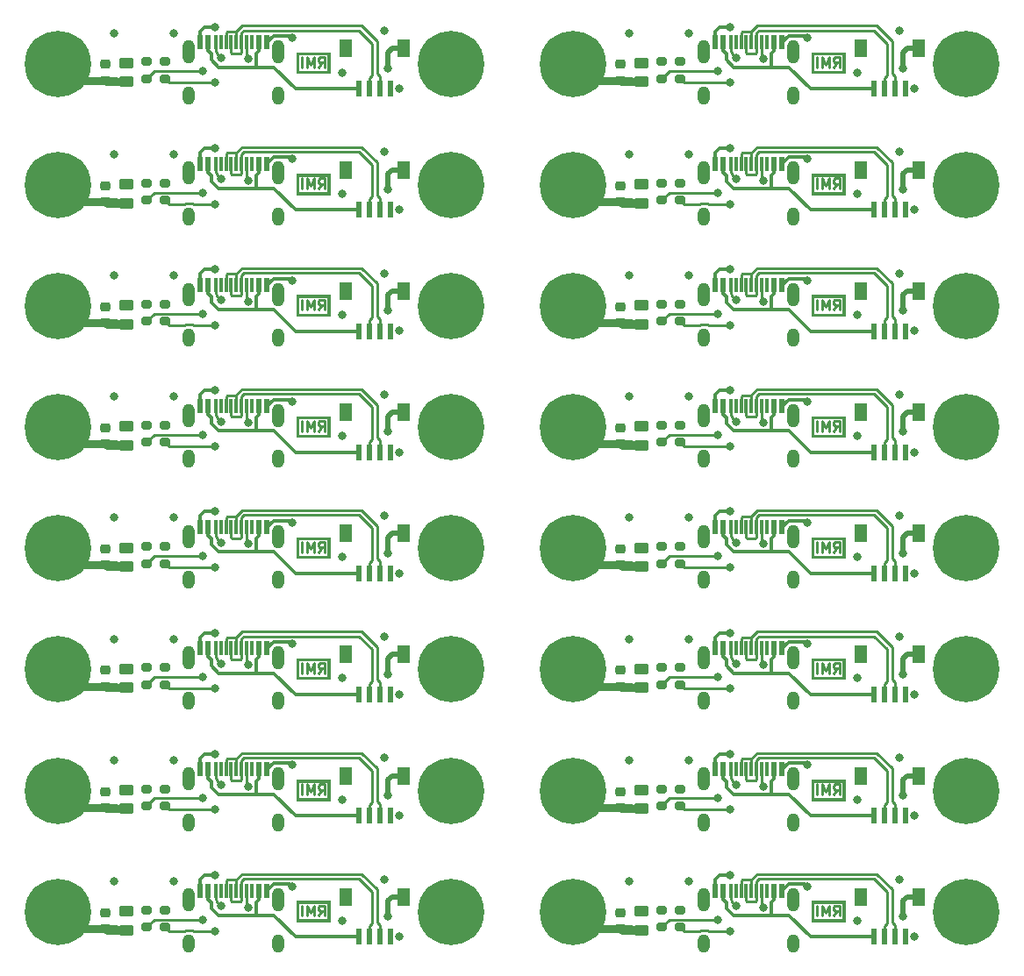
<source format=gbl>
%TF.GenerationSoftware,KiCad,Pcbnew,(6.0.5)*%
%TF.CreationDate,2022-06-04T14:03:13+08:00*%
%TF.ProjectId,panel,70616e65-6c2e-46b6-9963-61645f706362,rev?*%
%TF.SameCoordinates,Original*%
%TF.FileFunction,Copper,L2,Bot*%
%TF.FilePolarity,Positive*%
%FSLAX46Y46*%
G04 Gerber Fmt 4.6, Leading zero omitted, Abs format (unit mm)*
G04 Created by KiCad (PCBNEW (6.0.5)) date 2022-06-04 14:03:13*
%MOMM*%
%LPD*%
G01*
G04 APERTURE LIST*
G04 Aperture macros list*
%AMRoundRect*
0 Rectangle with rounded corners*
0 $1 Rounding radius*
0 $2 $3 $4 $5 $6 $7 $8 $9 X,Y pos of 4 corners*
0 Add a 4 corners polygon primitive as box body*
4,1,4,$2,$3,$4,$5,$6,$7,$8,$9,$2,$3,0*
0 Add four circle primitives for the rounded corners*
1,1,$1+$1,$2,$3*
1,1,$1+$1,$4,$5*
1,1,$1+$1,$6,$7*
1,1,$1+$1,$8,$9*
0 Add four rect primitives between the rounded corners*
20,1,$1+$1,$2,$3,$4,$5,0*
20,1,$1+$1,$4,$5,$6,$7,0*
20,1,$1+$1,$6,$7,$8,$9,0*
20,1,$1+$1,$8,$9,$2,$3,0*%
G04 Aperture macros list end*
%ADD10C,0.250000*%
%TA.AperFunction,NonConductor*%
%ADD11C,0.250000*%
%TD*%
%TA.AperFunction,EtchedComponent*%
%ADD12C,0.100000*%
%TD*%
%TA.AperFunction,SMDPad,CuDef*%
%ADD13R,0.575000X1.450000*%
%TD*%
%TA.AperFunction,SMDPad,CuDef*%
%ADD14R,0.300000X1.450000*%
%TD*%
%TA.AperFunction,ComponentPad*%
%ADD15O,1.200000X2.300000*%
%TD*%
%TA.AperFunction,ComponentPad*%
%ADD16O,1.200000X1.800000*%
%TD*%
%TA.AperFunction,SMDPad,CuDef*%
%ADD17RoundRect,0.225000X-0.250000X0.225000X-0.250000X-0.225000X0.250000X-0.225000X0.250000X0.225000X0*%
%TD*%
%TA.AperFunction,SMDPad,CuDef*%
%ADD18RoundRect,0.200000X0.275000X-0.200000X0.275000X0.200000X-0.275000X0.200000X-0.275000X-0.200000X0*%
%TD*%
%TA.AperFunction,SMDPad,CuDef*%
%ADD19RoundRect,0.249999X-0.450001X0.262501X-0.450001X-0.262501X0.450001X-0.262501X0.450001X0.262501X0*%
%TD*%
%TA.AperFunction,SMDPad,CuDef*%
%ADD20R,0.600000X1.550000*%
%TD*%
%TA.AperFunction,SMDPad,CuDef*%
%ADD21R,1.200000X1.800000*%
%TD*%
%TA.AperFunction,ComponentPad*%
%ADD22C,0.800000*%
%TD*%
%TA.AperFunction,ComponentPad*%
%ADD23C,6.400000*%
%TD*%
%TA.AperFunction,ViaPad*%
%ADD24C,0.800000*%
%TD*%
%TA.AperFunction,Conductor*%
%ADD25C,0.350000*%
%TD*%
%TA.AperFunction,Conductor*%
%ADD26C,0.800000*%
%TD*%
%TA.AperFunction,Conductor*%
%ADD27C,0.250000*%
%TD*%
%TA.AperFunction,Conductor*%
%ADD28C,0.500000*%
%TD*%
G04 APERTURE END LIST*
D10*
%TO.C,G1*%
D11*
X53511648Y-75540380D02*
X53844981Y-75064190D01*
X54083076Y-75540380D02*
X54083076Y-74540380D01*
X53702124Y-74540380D01*
X53606886Y-74588000D01*
X53559267Y-74635619D01*
X53511648Y-74730857D01*
X53511648Y-74873714D01*
X53559267Y-74968952D01*
X53606886Y-75016571D01*
X53702124Y-75064190D01*
X54083076Y-75064190D01*
X53083076Y-75540380D02*
X53083076Y-74540380D01*
X52749743Y-75254666D01*
X52416409Y-74540380D01*
X52416409Y-75540380D01*
X51940219Y-75540380D02*
X51940219Y-74540380D01*
D10*
D11*
X103211648Y-28740380D02*
X103544981Y-28264190D01*
X103783076Y-28740380D02*
X103783076Y-27740380D01*
X103402124Y-27740380D01*
X103306886Y-27788000D01*
X103259267Y-27835619D01*
X103211648Y-27930857D01*
X103211648Y-28073714D01*
X103259267Y-28168952D01*
X103306886Y-28216571D01*
X103402124Y-28264190D01*
X103783076Y-28264190D01*
X102783076Y-28740380D02*
X102783076Y-27740380D01*
X102449743Y-28454666D01*
X102116409Y-27740380D01*
X102116409Y-28740380D01*
X101640219Y-28740380D02*
X101640219Y-27740380D01*
D10*
D11*
X103211648Y-75540380D02*
X103544981Y-75064190D01*
X103783076Y-75540380D02*
X103783076Y-74540380D01*
X103402124Y-74540380D01*
X103306886Y-74588000D01*
X103259267Y-74635619D01*
X103211648Y-74730857D01*
X103211648Y-74873714D01*
X103259267Y-74968952D01*
X103306886Y-75016571D01*
X103402124Y-75064190D01*
X103783076Y-75064190D01*
X102783076Y-75540380D02*
X102783076Y-74540380D01*
X102449743Y-75254666D01*
X102116409Y-74540380D01*
X102116409Y-75540380D01*
X101640219Y-75540380D02*
X101640219Y-74540380D01*
D10*
D11*
X103211648Y-40440380D02*
X103544981Y-39964190D01*
X103783076Y-40440380D02*
X103783076Y-39440380D01*
X103402124Y-39440380D01*
X103306886Y-39488000D01*
X103259267Y-39535619D01*
X103211648Y-39630857D01*
X103211648Y-39773714D01*
X103259267Y-39868952D01*
X103306886Y-39916571D01*
X103402124Y-39964190D01*
X103783076Y-39964190D01*
X102783076Y-40440380D02*
X102783076Y-39440380D01*
X102449743Y-40154666D01*
X102116409Y-39440380D01*
X102116409Y-40440380D01*
X101640219Y-40440380D02*
X101640219Y-39440380D01*
D10*
D11*
X103211648Y-63840380D02*
X103544981Y-63364190D01*
X103783076Y-63840380D02*
X103783076Y-62840380D01*
X103402124Y-62840380D01*
X103306886Y-62888000D01*
X103259267Y-62935619D01*
X103211648Y-63030857D01*
X103211648Y-63173714D01*
X103259267Y-63268952D01*
X103306886Y-63316571D01*
X103402124Y-63364190D01*
X103783076Y-63364190D01*
X102783076Y-63840380D02*
X102783076Y-62840380D01*
X102449743Y-63554666D01*
X102116409Y-62840380D01*
X102116409Y-63840380D01*
X101640219Y-63840380D02*
X101640219Y-62840380D01*
D10*
D11*
X53511648Y-28740380D02*
X53844981Y-28264190D01*
X54083076Y-28740380D02*
X54083076Y-27740380D01*
X53702124Y-27740380D01*
X53606886Y-27788000D01*
X53559267Y-27835619D01*
X53511648Y-27930857D01*
X53511648Y-28073714D01*
X53559267Y-28168952D01*
X53606886Y-28216571D01*
X53702124Y-28264190D01*
X54083076Y-28264190D01*
X53083076Y-28740380D02*
X53083076Y-27740380D01*
X52749743Y-28454666D01*
X52416409Y-27740380D01*
X52416409Y-28740380D01*
X51940219Y-28740380D02*
X51940219Y-27740380D01*
D10*
D11*
X53511648Y-110640380D02*
X53844981Y-110164190D01*
X54083076Y-110640380D02*
X54083076Y-109640380D01*
X53702124Y-109640380D01*
X53606886Y-109688000D01*
X53559267Y-109735619D01*
X53511648Y-109830857D01*
X53511648Y-109973714D01*
X53559267Y-110068952D01*
X53606886Y-110116571D01*
X53702124Y-110164190D01*
X54083076Y-110164190D01*
X53083076Y-110640380D02*
X53083076Y-109640380D01*
X52749743Y-110354666D01*
X52416409Y-109640380D01*
X52416409Y-110640380D01*
X51940219Y-110640380D02*
X51940219Y-109640380D01*
D10*
D11*
X53511648Y-63840380D02*
X53844981Y-63364190D01*
X54083076Y-63840380D02*
X54083076Y-62840380D01*
X53702124Y-62840380D01*
X53606886Y-62888000D01*
X53559267Y-62935619D01*
X53511648Y-63030857D01*
X53511648Y-63173714D01*
X53559267Y-63268952D01*
X53606886Y-63316571D01*
X53702124Y-63364190D01*
X54083076Y-63364190D01*
X53083076Y-63840380D02*
X53083076Y-62840380D01*
X52749743Y-63554666D01*
X52416409Y-62840380D01*
X52416409Y-63840380D01*
X51940219Y-63840380D02*
X51940219Y-62840380D01*
D10*
D11*
X53511648Y-98940380D02*
X53844981Y-98464190D01*
X54083076Y-98940380D02*
X54083076Y-97940380D01*
X53702124Y-97940380D01*
X53606886Y-97988000D01*
X53559267Y-98035619D01*
X53511648Y-98130857D01*
X53511648Y-98273714D01*
X53559267Y-98368952D01*
X53606886Y-98416571D01*
X53702124Y-98464190D01*
X54083076Y-98464190D01*
X53083076Y-98940380D02*
X53083076Y-97940380D01*
X52749743Y-98654666D01*
X52416409Y-97940380D01*
X52416409Y-98940380D01*
X51940219Y-98940380D02*
X51940219Y-97940380D01*
D10*
D11*
X53511648Y-87240380D02*
X53844981Y-86764190D01*
X54083076Y-87240380D02*
X54083076Y-86240380D01*
X53702124Y-86240380D01*
X53606886Y-86288000D01*
X53559267Y-86335619D01*
X53511648Y-86430857D01*
X53511648Y-86573714D01*
X53559267Y-86668952D01*
X53606886Y-86716571D01*
X53702124Y-86764190D01*
X54083076Y-86764190D01*
X53083076Y-87240380D02*
X53083076Y-86240380D01*
X52749743Y-86954666D01*
X52416409Y-86240380D01*
X52416409Y-87240380D01*
X51940219Y-87240380D02*
X51940219Y-86240380D01*
D10*
D11*
X103211648Y-52140380D02*
X103544981Y-51664190D01*
X103783076Y-52140380D02*
X103783076Y-51140380D01*
X103402124Y-51140380D01*
X103306886Y-51188000D01*
X103259267Y-51235619D01*
X103211648Y-51330857D01*
X103211648Y-51473714D01*
X103259267Y-51568952D01*
X103306886Y-51616571D01*
X103402124Y-51664190D01*
X103783076Y-51664190D01*
X102783076Y-52140380D02*
X102783076Y-51140380D01*
X102449743Y-51854666D01*
X102116409Y-51140380D01*
X102116409Y-52140380D01*
X101640219Y-52140380D02*
X101640219Y-51140380D01*
D10*
D11*
X103211648Y-98940380D02*
X103544981Y-98464190D01*
X103783076Y-98940380D02*
X103783076Y-97940380D01*
X103402124Y-97940380D01*
X103306886Y-97988000D01*
X103259267Y-98035619D01*
X103211648Y-98130857D01*
X103211648Y-98273714D01*
X103259267Y-98368952D01*
X103306886Y-98416571D01*
X103402124Y-98464190D01*
X103783076Y-98464190D01*
X102783076Y-98940380D02*
X102783076Y-97940380D01*
X102449743Y-98654666D01*
X102116409Y-97940380D01*
X102116409Y-98940380D01*
X101640219Y-98940380D02*
X101640219Y-97940380D01*
D10*
D11*
X103211648Y-87240380D02*
X103544981Y-86764190D01*
X103783076Y-87240380D02*
X103783076Y-86240380D01*
X103402124Y-86240380D01*
X103306886Y-86288000D01*
X103259267Y-86335619D01*
X103211648Y-86430857D01*
X103211648Y-86573714D01*
X103259267Y-86668952D01*
X103306886Y-86716571D01*
X103402124Y-86764190D01*
X103783076Y-86764190D01*
X102783076Y-87240380D02*
X102783076Y-86240380D01*
X102449743Y-86954666D01*
X102116409Y-86240380D01*
X102116409Y-87240380D01*
X101640219Y-87240380D02*
X101640219Y-86240380D01*
D10*
D11*
X53511648Y-40440380D02*
X53844981Y-39964190D01*
X54083076Y-40440380D02*
X54083076Y-39440380D01*
X53702124Y-39440380D01*
X53606886Y-39488000D01*
X53559267Y-39535619D01*
X53511648Y-39630857D01*
X53511648Y-39773714D01*
X53559267Y-39868952D01*
X53606886Y-39916571D01*
X53702124Y-39964190D01*
X54083076Y-39964190D01*
X53083076Y-40440380D02*
X53083076Y-39440380D01*
X52749743Y-40154666D01*
X52416409Y-39440380D01*
X52416409Y-40440380D01*
X51940219Y-40440380D02*
X51940219Y-39440380D01*
D10*
D11*
X103211648Y-110640380D02*
X103544981Y-110164190D01*
X103783076Y-110640380D02*
X103783076Y-109640380D01*
X103402124Y-109640380D01*
X103306886Y-109688000D01*
X103259267Y-109735619D01*
X103211648Y-109830857D01*
X103211648Y-109973714D01*
X103259267Y-110068952D01*
X103306886Y-110116571D01*
X103402124Y-110164190D01*
X103783076Y-110164190D01*
X102783076Y-110640380D02*
X102783076Y-109640380D01*
X102449743Y-110354666D01*
X102116409Y-109640380D01*
X102116409Y-110640380D01*
X101640219Y-110640380D02*
X101640219Y-109640380D01*
D10*
D11*
X53511648Y-52140380D02*
X53844981Y-51664190D01*
X54083076Y-52140380D02*
X54083076Y-51140380D01*
X53702124Y-51140380D01*
X53606886Y-51188000D01*
X53559267Y-51235619D01*
X53511648Y-51330857D01*
X53511648Y-51473714D01*
X53559267Y-51568952D01*
X53606886Y-51616571D01*
X53702124Y-51664190D01*
X54083076Y-51664190D01*
X53083076Y-52140380D02*
X53083076Y-51140380D01*
X52749743Y-51854666D01*
X52416409Y-51140380D01*
X52416409Y-52140380D01*
X51940219Y-52140380D02*
X51940219Y-51140380D01*
G36*
X54599152Y-76080190D02*
G01*
X51424144Y-76080190D01*
X51424144Y-75881750D01*
X54599152Y-75881750D01*
X54599152Y-76080190D01*
G37*
D12*
X54599152Y-76080190D02*
X51424144Y-76080190D01*
X51424144Y-75881750D01*
X54599152Y-75881750D01*
X54599152Y-76080190D01*
G36*
X54599152Y-74294250D02*
G01*
X51424144Y-74294250D01*
X51424144Y-74095810D01*
X54599152Y-74095810D01*
X54599152Y-74294250D01*
G37*
X54599152Y-74294250D02*
X51424144Y-74294250D01*
X51424144Y-74095810D01*
X54599152Y-74095810D01*
X54599152Y-74294250D01*
G36*
X51622582Y-76080190D02*
G01*
X51424144Y-76080190D01*
X51424144Y-74095810D01*
X51622582Y-74095810D01*
X51622582Y-76080190D01*
G37*
X51622582Y-76080190D02*
X51424144Y-76080190D01*
X51424144Y-74095810D01*
X51622582Y-74095810D01*
X51622582Y-76080190D01*
G36*
X54599152Y-76080190D02*
G01*
X54400714Y-76080190D01*
X54400714Y-74095810D01*
X54599152Y-74095810D01*
X54599152Y-76080190D01*
G37*
X54599152Y-76080190D02*
X54400714Y-76080190D01*
X54400714Y-74095810D01*
X54599152Y-74095810D01*
X54599152Y-76080190D01*
G36*
X101322582Y-29280190D02*
G01*
X101124144Y-29280190D01*
X101124144Y-27295810D01*
X101322582Y-27295810D01*
X101322582Y-29280190D01*
G37*
X101322582Y-29280190D02*
X101124144Y-29280190D01*
X101124144Y-27295810D01*
X101322582Y-27295810D01*
X101322582Y-29280190D01*
G36*
X104299152Y-27494250D02*
G01*
X101124144Y-27494250D01*
X101124144Y-27295810D01*
X104299152Y-27295810D01*
X104299152Y-27494250D01*
G37*
X104299152Y-27494250D02*
X101124144Y-27494250D01*
X101124144Y-27295810D01*
X104299152Y-27295810D01*
X104299152Y-27494250D01*
G36*
X104299152Y-29280190D02*
G01*
X101124144Y-29280190D01*
X101124144Y-29081750D01*
X104299152Y-29081750D01*
X104299152Y-29280190D01*
G37*
X104299152Y-29280190D02*
X101124144Y-29280190D01*
X101124144Y-29081750D01*
X104299152Y-29081750D01*
X104299152Y-29280190D01*
G36*
X104299152Y-29280190D02*
G01*
X104100714Y-29280190D01*
X104100714Y-27295810D01*
X104299152Y-27295810D01*
X104299152Y-29280190D01*
G37*
X104299152Y-29280190D02*
X104100714Y-29280190D01*
X104100714Y-27295810D01*
X104299152Y-27295810D01*
X104299152Y-29280190D01*
G36*
X101322582Y-76080190D02*
G01*
X101124144Y-76080190D01*
X101124144Y-74095810D01*
X101322582Y-74095810D01*
X101322582Y-76080190D01*
G37*
X101322582Y-76080190D02*
X101124144Y-76080190D01*
X101124144Y-74095810D01*
X101322582Y-74095810D01*
X101322582Y-76080190D01*
G36*
X104299152Y-76080190D02*
G01*
X104100714Y-76080190D01*
X104100714Y-74095810D01*
X104299152Y-74095810D01*
X104299152Y-76080190D01*
G37*
X104299152Y-76080190D02*
X104100714Y-76080190D01*
X104100714Y-74095810D01*
X104299152Y-74095810D01*
X104299152Y-76080190D01*
G36*
X104299152Y-76080190D02*
G01*
X101124144Y-76080190D01*
X101124144Y-75881750D01*
X104299152Y-75881750D01*
X104299152Y-76080190D01*
G37*
X104299152Y-76080190D02*
X101124144Y-76080190D01*
X101124144Y-75881750D01*
X104299152Y-75881750D01*
X104299152Y-76080190D01*
G36*
X104299152Y-74294250D02*
G01*
X101124144Y-74294250D01*
X101124144Y-74095810D01*
X104299152Y-74095810D01*
X104299152Y-74294250D01*
G37*
X104299152Y-74294250D02*
X101124144Y-74294250D01*
X101124144Y-74095810D01*
X104299152Y-74095810D01*
X104299152Y-74294250D01*
G36*
X104299152Y-40980190D02*
G01*
X104100714Y-40980190D01*
X104100714Y-38995810D01*
X104299152Y-38995810D01*
X104299152Y-40980190D01*
G37*
X104299152Y-40980190D02*
X104100714Y-40980190D01*
X104100714Y-38995810D01*
X104299152Y-38995810D01*
X104299152Y-40980190D01*
G36*
X104299152Y-40980190D02*
G01*
X101124144Y-40980190D01*
X101124144Y-40781750D01*
X104299152Y-40781750D01*
X104299152Y-40980190D01*
G37*
X104299152Y-40980190D02*
X101124144Y-40980190D01*
X101124144Y-40781750D01*
X104299152Y-40781750D01*
X104299152Y-40980190D01*
G36*
X104299152Y-39194250D02*
G01*
X101124144Y-39194250D01*
X101124144Y-38995810D01*
X104299152Y-38995810D01*
X104299152Y-39194250D01*
G37*
X104299152Y-39194250D02*
X101124144Y-39194250D01*
X101124144Y-38995810D01*
X104299152Y-38995810D01*
X104299152Y-39194250D01*
G36*
X101322582Y-40980190D02*
G01*
X101124144Y-40980190D01*
X101124144Y-38995810D01*
X101322582Y-38995810D01*
X101322582Y-40980190D01*
G37*
X101322582Y-40980190D02*
X101124144Y-40980190D01*
X101124144Y-38995810D01*
X101322582Y-38995810D01*
X101322582Y-40980190D01*
G36*
X104299152Y-64380190D02*
G01*
X104100714Y-64380190D01*
X104100714Y-62395810D01*
X104299152Y-62395810D01*
X104299152Y-64380190D01*
G37*
X104299152Y-64380190D02*
X104100714Y-64380190D01*
X104100714Y-62395810D01*
X104299152Y-62395810D01*
X104299152Y-64380190D01*
G36*
X104299152Y-62594250D02*
G01*
X101124144Y-62594250D01*
X101124144Y-62395810D01*
X104299152Y-62395810D01*
X104299152Y-62594250D01*
G37*
X104299152Y-62594250D02*
X101124144Y-62594250D01*
X101124144Y-62395810D01*
X104299152Y-62395810D01*
X104299152Y-62594250D01*
G36*
X104299152Y-64380190D02*
G01*
X101124144Y-64380190D01*
X101124144Y-64181750D01*
X104299152Y-64181750D01*
X104299152Y-64380190D01*
G37*
X104299152Y-64380190D02*
X101124144Y-64380190D01*
X101124144Y-64181750D01*
X104299152Y-64181750D01*
X104299152Y-64380190D01*
G36*
X101322582Y-64380190D02*
G01*
X101124144Y-64380190D01*
X101124144Y-62395810D01*
X101322582Y-62395810D01*
X101322582Y-64380190D01*
G37*
X101322582Y-64380190D02*
X101124144Y-64380190D01*
X101124144Y-62395810D01*
X101322582Y-62395810D01*
X101322582Y-64380190D01*
G36*
X51622582Y-29280190D02*
G01*
X51424144Y-29280190D01*
X51424144Y-27295810D01*
X51622582Y-27295810D01*
X51622582Y-29280190D01*
G37*
X51622582Y-29280190D02*
X51424144Y-29280190D01*
X51424144Y-27295810D01*
X51622582Y-27295810D01*
X51622582Y-29280190D01*
G36*
X54599152Y-29280190D02*
G01*
X51424144Y-29280190D01*
X51424144Y-29081750D01*
X54599152Y-29081750D01*
X54599152Y-29280190D01*
G37*
X54599152Y-29280190D02*
X51424144Y-29280190D01*
X51424144Y-29081750D01*
X54599152Y-29081750D01*
X54599152Y-29280190D01*
G36*
X54599152Y-27494250D02*
G01*
X51424144Y-27494250D01*
X51424144Y-27295810D01*
X54599152Y-27295810D01*
X54599152Y-27494250D01*
G37*
X54599152Y-27494250D02*
X51424144Y-27494250D01*
X51424144Y-27295810D01*
X54599152Y-27295810D01*
X54599152Y-27494250D01*
G36*
X54599152Y-29280190D02*
G01*
X54400714Y-29280190D01*
X54400714Y-27295810D01*
X54599152Y-27295810D01*
X54599152Y-29280190D01*
G37*
X54599152Y-29280190D02*
X54400714Y-29280190D01*
X54400714Y-27295810D01*
X54599152Y-27295810D01*
X54599152Y-29280190D01*
G36*
X54599152Y-109394250D02*
G01*
X51424144Y-109394250D01*
X51424144Y-109195810D01*
X54599152Y-109195810D01*
X54599152Y-109394250D01*
G37*
X54599152Y-109394250D02*
X51424144Y-109394250D01*
X51424144Y-109195810D01*
X54599152Y-109195810D01*
X54599152Y-109394250D01*
G36*
X54599152Y-111180190D02*
G01*
X54400714Y-111180190D01*
X54400714Y-109195810D01*
X54599152Y-109195810D01*
X54599152Y-111180190D01*
G37*
X54599152Y-111180190D02*
X54400714Y-111180190D01*
X54400714Y-109195810D01*
X54599152Y-109195810D01*
X54599152Y-111180190D01*
G36*
X51622582Y-111180190D02*
G01*
X51424144Y-111180190D01*
X51424144Y-109195810D01*
X51622582Y-109195810D01*
X51622582Y-111180190D01*
G37*
X51622582Y-111180190D02*
X51424144Y-111180190D01*
X51424144Y-109195810D01*
X51622582Y-109195810D01*
X51622582Y-111180190D01*
G36*
X54599152Y-111180190D02*
G01*
X51424144Y-111180190D01*
X51424144Y-110981750D01*
X54599152Y-110981750D01*
X54599152Y-111180190D01*
G37*
X54599152Y-111180190D02*
X51424144Y-111180190D01*
X51424144Y-110981750D01*
X54599152Y-110981750D01*
X54599152Y-111180190D01*
G36*
X51622582Y-64380190D02*
G01*
X51424144Y-64380190D01*
X51424144Y-62395810D01*
X51622582Y-62395810D01*
X51622582Y-64380190D01*
G37*
X51622582Y-64380190D02*
X51424144Y-64380190D01*
X51424144Y-62395810D01*
X51622582Y-62395810D01*
X51622582Y-64380190D01*
G36*
X54599152Y-64380190D02*
G01*
X54400714Y-64380190D01*
X54400714Y-62395810D01*
X54599152Y-62395810D01*
X54599152Y-64380190D01*
G37*
X54599152Y-64380190D02*
X54400714Y-64380190D01*
X54400714Y-62395810D01*
X54599152Y-62395810D01*
X54599152Y-64380190D01*
G36*
X54599152Y-62594250D02*
G01*
X51424144Y-62594250D01*
X51424144Y-62395810D01*
X54599152Y-62395810D01*
X54599152Y-62594250D01*
G37*
X54599152Y-62594250D02*
X51424144Y-62594250D01*
X51424144Y-62395810D01*
X54599152Y-62395810D01*
X54599152Y-62594250D01*
G36*
X54599152Y-64380190D02*
G01*
X51424144Y-64380190D01*
X51424144Y-64181750D01*
X54599152Y-64181750D01*
X54599152Y-64380190D01*
G37*
X54599152Y-64380190D02*
X51424144Y-64380190D01*
X51424144Y-64181750D01*
X54599152Y-64181750D01*
X54599152Y-64380190D01*
G36*
X54599152Y-97694250D02*
G01*
X51424144Y-97694250D01*
X51424144Y-97495810D01*
X54599152Y-97495810D01*
X54599152Y-97694250D01*
G37*
X54599152Y-97694250D02*
X51424144Y-97694250D01*
X51424144Y-97495810D01*
X54599152Y-97495810D01*
X54599152Y-97694250D01*
G36*
X54599152Y-99480190D02*
G01*
X51424144Y-99480190D01*
X51424144Y-99281750D01*
X54599152Y-99281750D01*
X54599152Y-99480190D01*
G37*
X54599152Y-99480190D02*
X51424144Y-99480190D01*
X51424144Y-99281750D01*
X54599152Y-99281750D01*
X54599152Y-99480190D01*
G36*
X51622582Y-99480190D02*
G01*
X51424144Y-99480190D01*
X51424144Y-97495810D01*
X51622582Y-97495810D01*
X51622582Y-99480190D01*
G37*
X51622582Y-99480190D02*
X51424144Y-99480190D01*
X51424144Y-97495810D01*
X51622582Y-97495810D01*
X51622582Y-99480190D01*
G36*
X54599152Y-99480190D02*
G01*
X54400714Y-99480190D01*
X54400714Y-97495810D01*
X54599152Y-97495810D01*
X54599152Y-99480190D01*
G37*
X54599152Y-99480190D02*
X54400714Y-99480190D01*
X54400714Y-97495810D01*
X54599152Y-97495810D01*
X54599152Y-99480190D01*
G36*
X54599152Y-87780190D02*
G01*
X54400714Y-87780190D01*
X54400714Y-85795810D01*
X54599152Y-85795810D01*
X54599152Y-87780190D01*
G37*
X54599152Y-87780190D02*
X54400714Y-87780190D01*
X54400714Y-85795810D01*
X54599152Y-85795810D01*
X54599152Y-87780190D01*
G36*
X51622582Y-87780190D02*
G01*
X51424144Y-87780190D01*
X51424144Y-85795810D01*
X51622582Y-85795810D01*
X51622582Y-87780190D01*
G37*
X51622582Y-87780190D02*
X51424144Y-87780190D01*
X51424144Y-85795810D01*
X51622582Y-85795810D01*
X51622582Y-87780190D01*
G36*
X54599152Y-87780190D02*
G01*
X51424144Y-87780190D01*
X51424144Y-87581750D01*
X54599152Y-87581750D01*
X54599152Y-87780190D01*
G37*
X54599152Y-87780190D02*
X51424144Y-87780190D01*
X51424144Y-87581750D01*
X54599152Y-87581750D01*
X54599152Y-87780190D01*
G36*
X54599152Y-85994250D02*
G01*
X51424144Y-85994250D01*
X51424144Y-85795810D01*
X54599152Y-85795810D01*
X54599152Y-85994250D01*
G37*
X54599152Y-85994250D02*
X51424144Y-85994250D01*
X51424144Y-85795810D01*
X54599152Y-85795810D01*
X54599152Y-85994250D01*
G36*
X101322582Y-52680190D02*
G01*
X101124144Y-52680190D01*
X101124144Y-50695810D01*
X101322582Y-50695810D01*
X101322582Y-52680190D01*
G37*
X101322582Y-52680190D02*
X101124144Y-52680190D01*
X101124144Y-50695810D01*
X101322582Y-50695810D01*
X101322582Y-52680190D01*
G36*
X104299152Y-50894250D02*
G01*
X101124144Y-50894250D01*
X101124144Y-50695810D01*
X104299152Y-50695810D01*
X104299152Y-50894250D01*
G37*
X104299152Y-50894250D02*
X101124144Y-50894250D01*
X101124144Y-50695810D01*
X104299152Y-50695810D01*
X104299152Y-50894250D01*
G36*
X104299152Y-52680190D02*
G01*
X104100714Y-52680190D01*
X104100714Y-50695810D01*
X104299152Y-50695810D01*
X104299152Y-52680190D01*
G37*
X104299152Y-52680190D02*
X104100714Y-52680190D01*
X104100714Y-50695810D01*
X104299152Y-50695810D01*
X104299152Y-52680190D01*
G36*
X104299152Y-52680190D02*
G01*
X101124144Y-52680190D01*
X101124144Y-52481750D01*
X104299152Y-52481750D01*
X104299152Y-52680190D01*
G37*
X104299152Y-52680190D02*
X101124144Y-52680190D01*
X101124144Y-52481750D01*
X104299152Y-52481750D01*
X104299152Y-52680190D01*
G36*
X104299152Y-97694250D02*
G01*
X101124144Y-97694250D01*
X101124144Y-97495810D01*
X104299152Y-97495810D01*
X104299152Y-97694250D01*
G37*
X104299152Y-97694250D02*
X101124144Y-97694250D01*
X101124144Y-97495810D01*
X104299152Y-97495810D01*
X104299152Y-97694250D01*
G36*
X101322582Y-99480190D02*
G01*
X101124144Y-99480190D01*
X101124144Y-97495810D01*
X101322582Y-97495810D01*
X101322582Y-99480190D01*
G37*
X101322582Y-99480190D02*
X101124144Y-99480190D01*
X101124144Y-97495810D01*
X101322582Y-97495810D01*
X101322582Y-99480190D01*
G36*
X104299152Y-99480190D02*
G01*
X104100714Y-99480190D01*
X104100714Y-97495810D01*
X104299152Y-97495810D01*
X104299152Y-99480190D01*
G37*
X104299152Y-99480190D02*
X104100714Y-99480190D01*
X104100714Y-97495810D01*
X104299152Y-97495810D01*
X104299152Y-99480190D01*
G36*
X104299152Y-99480190D02*
G01*
X101124144Y-99480190D01*
X101124144Y-99281750D01*
X104299152Y-99281750D01*
X104299152Y-99480190D01*
G37*
X104299152Y-99480190D02*
X101124144Y-99480190D01*
X101124144Y-99281750D01*
X104299152Y-99281750D01*
X104299152Y-99480190D01*
G36*
X104299152Y-87780190D02*
G01*
X101124144Y-87780190D01*
X101124144Y-87581750D01*
X104299152Y-87581750D01*
X104299152Y-87780190D01*
G37*
X104299152Y-87780190D02*
X101124144Y-87780190D01*
X101124144Y-87581750D01*
X104299152Y-87581750D01*
X104299152Y-87780190D01*
G36*
X104299152Y-85994250D02*
G01*
X101124144Y-85994250D01*
X101124144Y-85795810D01*
X104299152Y-85795810D01*
X104299152Y-85994250D01*
G37*
X104299152Y-85994250D02*
X101124144Y-85994250D01*
X101124144Y-85795810D01*
X104299152Y-85795810D01*
X104299152Y-85994250D01*
G36*
X104299152Y-87780190D02*
G01*
X104100714Y-87780190D01*
X104100714Y-85795810D01*
X104299152Y-85795810D01*
X104299152Y-87780190D01*
G37*
X104299152Y-87780190D02*
X104100714Y-87780190D01*
X104100714Y-85795810D01*
X104299152Y-85795810D01*
X104299152Y-87780190D01*
G36*
X101322582Y-87780190D02*
G01*
X101124144Y-87780190D01*
X101124144Y-85795810D01*
X101322582Y-85795810D01*
X101322582Y-87780190D01*
G37*
X101322582Y-87780190D02*
X101124144Y-87780190D01*
X101124144Y-85795810D01*
X101322582Y-85795810D01*
X101322582Y-87780190D01*
G36*
X54599152Y-39194250D02*
G01*
X51424144Y-39194250D01*
X51424144Y-38995810D01*
X54599152Y-38995810D01*
X54599152Y-39194250D01*
G37*
X54599152Y-39194250D02*
X51424144Y-39194250D01*
X51424144Y-38995810D01*
X54599152Y-38995810D01*
X54599152Y-39194250D01*
G36*
X54599152Y-40980190D02*
G01*
X54400714Y-40980190D01*
X54400714Y-38995810D01*
X54599152Y-38995810D01*
X54599152Y-40980190D01*
G37*
X54599152Y-40980190D02*
X54400714Y-40980190D01*
X54400714Y-38995810D01*
X54599152Y-38995810D01*
X54599152Y-40980190D01*
G36*
X54599152Y-40980190D02*
G01*
X51424144Y-40980190D01*
X51424144Y-40781750D01*
X54599152Y-40781750D01*
X54599152Y-40980190D01*
G37*
X54599152Y-40980190D02*
X51424144Y-40980190D01*
X51424144Y-40781750D01*
X54599152Y-40781750D01*
X54599152Y-40980190D01*
G36*
X51622582Y-40980190D02*
G01*
X51424144Y-40980190D01*
X51424144Y-38995810D01*
X51622582Y-38995810D01*
X51622582Y-40980190D01*
G37*
X51622582Y-40980190D02*
X51424144Y-40980190D01*
X51424144Y-38995810D01*
X51622582Y-38995810D01*
X51622582Y-40980190D01*
G36*
X104299152Y-111180190D02*
G01*
X101124144Y-111180190D01*
X101124144Y-110981750D01*
X104299152Y-110981750D01*
X104299152Y-111180190D01*
G37*
X104299152Y-111180190D02*
X101124144Y-111180190D01*
X101124144Y-110981750D01*
X104299152Y-110981750D01*
X104299152Y-111180190D01*
G36*
X101322582Y-111180190D02*
G01*
X101124144Y-111180190D01*
X101124144Y-109195810D01*
X101322582Y-109195810D01*
X101322582Y-111180190D01*
G37*
X101322582Y-111180190D02*
X101124144Y-111180190D01*
X101124144Y-109195810D01*
X101322582Y-109195810D01*
X101322582Y-111180190D01*
G36*
X104299152Y-109394250D02*
G01*
X101124144Y-109394250D01*
X101124144Y-109195810D01*
X104299152Y-109195810D01*
X104299152Y-109394250D01*
G37*
X104299152Y-109394250D02*
X101124144Y-109394250D01*
X101124144Y-109195810D01*
X104299152Y-109195810D01*
X104299152Y-109394250D01*
G36*
X104299152Y-111180190D02*
G01*
X104100714Y-111180190D01*
X104100714Y-109195810D01*
X104299152Y-109195810D01*
X104299152Y-111180190D01*
G37*
X104299152Y-111180190D02*
X104100714Y-111180190D01*
X104100714Y-109195810D01*
X104299152Y-109195810D01*
X104299152Y-111180190D01*
G36*
X54599152Y-52680190D02*
G01*
X51424144Y-52680190D01*
X51424144Y-52481750D01*
X54599152Y-52481750D01*
X54599152Y-52680190D01*
G37*
X54599152Y-52680190D02*
X51424144Y-52680190D01*
X51424144Y-52481750D01*
X54599152Y-52481750D01*
X54599152Y-52680190D01*
G36*
X54599152Y-52680190D02*
G01*
X54400714Y-52680190D01*
X54400714Y-50695810D01*
X54599152Y-50695810D01*
X54599152Y-52680190D01*
G37*
X54599152Y-52680190D02*
X54400714Y-52680190D01*
X54400714Y-50695810D01*
X54599152Y-50695810D01*
X54599152Y-52680190D01*
G36*
X51622582Y-52680190D02*
G01*
X51424144Y-52680190D01*
X51424144Y-50695810D01*
X51622582Y-50695810D01*
X51622582Y-52680190D01*
G37*
X51622582Y-52680190D02*
X51424144Y-52680190D01*
X51424144Y-50695810D01*
X51622582Y-50695810D01*
X51622582Y-52680190D01*
G36*
X54599152Y-50894250D02*
G01*
X51424144Y-50894250D01*
X51424144Y-50695810D01*
X54599152Y-50695810D01*
X54599152Y-50894250D01*
G37*
X54599152Y-50894250D02*
X51424144Y-50894250D01*
X51424144Y-50695810D01*
X54599152Y-50695810D01*
X54599152Y-50894250D01*
%TD*%
D13*
%TO.P,J1,1*%
%TO.N,N/C*%
X98273648Y-108205000D03*
%TO.P,J1,2*%
X97498648Y-108205000D03*
D14*
%TO.P,J1,3*%
X96798648Y-108205000D03*
%TO.P,J1,4*%
X96298648Y-108205000D03*
%TO.P,J1,5*%
X95798648Y-108205000D03*
%TO.P,J1,6*%
X95298648Y-108205000D03*
%TO.P,J1,7*%
X94798648Y-108205000D03*
%TO.P,J1,8*%
X94298648Y-108205000D03*
%TO.P,J1,9*%
X93798648Y-108205000D03*
%TO.P,J1,10*%
X93298648Y-108205000D03*
D13*
%TO.P,J1,11*%
X92598648Y-108205000D03*
%TO.P,J1,12*%
X91823648Y-108205000D03*
D15*
%TO.P,J1,13*%
X99368648Y-109120000D03*
X90728648Y-109120000D03*
D16*
X90728648Y-113300000D03*
X99368648Y-113300000D03*
%TD*%
D13*
%TO.P,J1,1*%
%TO.N,N/C*%
X48573648Y-108205000D03*
%TO.P,J1,2*%
X47798648Y-108205000D03*
D14*
%TO.P,J1,3*%
X47098648Y-108205000D03*
%TO.P,J1,4*%
X46598648Y-108205000D03*
%TO.P,J1,5*%
X46098648Y-108205000D03*
%TO.P,J1,6*%
X45598648Y-108205000D03*
%TO.P,J1,7*%
X45098648Y-108205000D03*
%TO.P,J1,8*%
X44598648Y-108205000D03*
%TO.P,J1,9*%
X44098648Y-108205000D03*
%TO.P,J1,10*%
X43598648Y-108205000D03*
D13*
%TO.P,J1,11*%
X42898648Y-108205000D03*
%TO.P,J1,12*%
X42123648Y-108205000D03*
D15*
%TO.P,J1,13*%
X49668648Y-109120000D03*
X41028648Y-109120000D03*
D16*
X41028648Y-113300000D03*
X49668648Y-113300000D03*
%TD*%
D13*
%TO.P,J1,1*%
%TO.N,N/C*%
X98273648Y-96505000D03*
%TO.P,J1,2*%
X97498648Y-96505000D03*
D14*
%TO.P,J1,3*%
X96798648Y-96505000D03*
%TO.P,J1,4*%
X96298648Y-96505000D03*
%TO.P,J1,5*%
X95798648Y-96505000D03*
%TO.P,J1,6*%
X95298648Y-96505000D03*
%TO.P,J1,7*%
X94798648Y-96505000D03*
%TO.P,J1,8*%
X94298648Y-96505000D03*
%TO.P,J1,9*%
X93798648Y-96505000D03*
%TO.P,J1,10*%
X93298648Y-96505000D03*
D13*
%TO.P,J1,11*%
X92598648Y-96505000D03*
%TO.P,J1,12*%
X91823648Y-96505000D03*
D15*
%TO.P,J1,13*%
X99368648Y-97420000D03*
X90728648Y-97420000D03*
D16*
X90728648Y-101600000D03*
X99368648Y-101600000D03*
%TD*%
D13*
%TO.P,J1,1*%
%TO.N,N/C*%
X48573648Y-96505000D03*
%TO.P,J1,2*%
X47798648Y-96505000D03*
D14*
%TO.P,J1,3*%
X47098648Y-96505000D03*
%TO.P,J1,4*%
X46598648Y-96505000D03*
%TO.P,J1,5*%
X46098648Y-96505000D03*
%TO.P,J1,6*%
X45598648Y-96505000D03*
%TO.P,J1,7*%
X45098648Y-96505000D03*
%TO.P,J1,8*%
X44598648Y-96505000D03*
%TO.P,J1,9*%
X44098648Y-96505000D03*
%TO.P,J1,10*%
X43598648Y-96505000D03*
D13*
%TO.P,J1,11*%
X42898648Y-96505000D03*
%TO.P,J1,12*%
X42123648Y-96505000D03*
D15*
%TO.P,J1,13*%
X49668648Y-97420000D03*
X41028648Y-97420000D03*
D16*
X41028648Y-101600000D03*
X49668648Y-101600000D03*
%TD*%
D13*
%TO.P,J1,1*%
%TO.N,N/C*%
X98273648Y-84805000D03*
%TO.P,J1,2*%
X97498648Y-84805000D03*
D14*
%TO.P,J1,3*%
X96798648Y-84805000D03*
%TO.P,J1,4*%
X96298648Y-84805000D03*
%TO.P,J1,5*%
X95798648Y-84805000D03*
%TO.P,J1,6*%
X95298648Y-84805000D03*
%TO.P,J1,7*%
X94798648Y-84805000D03*
%TO.P,J1,8*%
X94298648Y-84805000D03*
%TO.P,J1,9*%
X93798648Y-84805000D03*
%TO.P,J1,10*%
X93298648Y-84805000D03*
D13*
%TO.P,J1,11*%
X92598648Y-84805000D03*
%TO.P,J1,12*%
X91823648Y-84805000D03*
D15*
%TO.P,J1,13*%
X99368648Y-85720000D03*
X90728648Y-85720000D03*
D16*
X90728648Y-89900000D03*
X99368648Y-89900000D03*
%TD*%
D13*
%TO.P,J1,1*%
%TO.N,N/C*%
X48573648Y-84805000D03*
%TO.P,J1,2*%
X47798648Y-84805000D03*
D14*
%TO.P,J1,3*%
X47098648Y-84805000D03*
%TO.P,J1,4*%
X46598648Y-84805000D03*
%TO.P,J1,5*%
X46098648Y-84805000D03*
%TO.P,J1,6*%
X45598648Y-84805000D03*
%TO.P,J1,7*%
X45098648Y-84805000D03*
%TO.P,J1,8*%
X44598648Y-84805000D03*
%TO.P,J1,9*%
X44098648Y-84805000D03*
%TO.P,J1,10*%
X43598648Y-84805000D03*
D13*
%TO.P,J1,11*%
X42898648Y-84805000D03*
%TO.P,J1,12*%
X42123648Y-84805000D03*
D15*
%TO.P,J1,13*%
X49668648Y-85720000D03*
X41028648Y-85720000D03*
D16*
X41028648Y-89900000D03*
X49668648Y-89900000D03*
%TD*%
D13*
%TO.P,J1,1*%
%TO.N,N/C*%
X98273648Y-73105000D03*
%TO.P,J1,2*%
X97498648Y-73105000D03*
D14*
%TO.P,J1,3*%
X96798648Y-73105000D03*
%TO.P,J1,4*%
X96298648Y-73105000D03*
%TO.P,J1,5*%
X95798648Y-73105000D03*
%TO.P,J1,6*%
X95298648Y-73105000D03*
%TO.P,J1,7*%
X94798648Y-73105000D03*
%TO.P,J1,8*%
X94298648Y-73105000D03*
%TO.P,J1,9*%
X93798648Y-73105000D03*
%TO.P,J1,10*%
X93298648Y-73105000D03*
D13*
%TO.P,J1,11*%
X92598648Y-73105000D03*
%TO.P,J1,12*%
X91823648Y-73105000D03*
D15*
%TO.P,J1,13*%
X99368648Y-74020000D03*
X90728648Y-74020000D03*
D16*
X90728648Y-78200000D03*
X99368648Y-78200000D03*
%TD*%
D13*
%TO.P,J1,1*%
%TO.N,N/C*%
X48573648Y-73105000D03*
%TO.P,J1,2*%
X47798648Y-73105000D03*
D14*
%TO.P,J1,3*%
X47098648Y-73105000D03*
%TO.P,J1,4*%
X46598648Y-73105000D03*
%TO.P,J1,5*%
X46098648Y-73105000D03*
%TO.P,J1,6*%
X45598648Y-73105000D03*
%TO.P,J1,7*%
X45098648Y-73105000D03*
%TO.P,J1,8*%
X44598648Y-73105000D03*
%TO.P,J1,9*%
X44098648Y-73105000D03*
%TO.P,J1,10*%
X43598648Y-73105000D03*
D13*
%TO.P,J1,11*%
X42898648Y-73105000D03*
%TO.P,J1,12*%
X42123648Y-73105000D03*
D15*
%TO.P,J1,13*%
X49668648Y-74020000D03*
X41028648Y-74020000D03*
D16*
X41028648Y-78200000D03*
X49668648Y-78200000D03*
%TD*%
D13*
%TO.P,J1,1*%
%TO.N,N/C*%
X98273648Y-61405000D03*
%TO.P,J1,2*%
X97498648Y-61405000D03*
D14*
%TO.P,J1,3*%
X96798648Y-61405000D03*
%TO.P,J1,4*%
X96298648Y-61405000D03*
%TO.P,J1,5*%
X95798648Y-61405000D03*
%TO.P,J1,6*%
X95298648Y-61405000D03*
%TO.P,J1,7*%
X94798648Y-61405000D03*
%TO.P,J1,8*%
X94298648Y-61405000D03*
%TO.P,J1,9*%
X93798648Y-61405000D03*
%TO.P,J1,10*%
X93298648Y-61405000D03*
D13*
%TO.P,J1,11*%
X92598648Y-61405000D03*
%TO.P,J1,12*%
X91823648Y-61405000D03*
D15*
%TO.P,J1,13*%
X99368648Y-62320000D03*
X90728648Y-62320000D03*
D16*
X90728648Y-66500000D03*
X99368648Y-66500000D03*
%TD*%
D13*
%TO.P,J1,1*%
%TO.N,N/C*%
X48573648Y-61405000D03*
%TO.P,J1,2*%
X47798648Y-61405000D03*
D14*
%TO.P,J1,3*%
X47098648Y-61405000D03*
%TO.P,J1,4*%
X46598648Y-61405000D03*
%TO.P,J1,5*%
X46098648Y-61405000D03*
%TO.P,J1,6*%
X45598648Y-61405000D03*
%TO.P,J1,7*%
X45098648Y-61405000D03*
%TO.P,J1,8*%
X44598648Y-61405000D03*
%TO.P,J1,9*%
X44098648Y-61405000D03*
%TO.P,J1,10*%
X43598648Y-61405000D03*
D13*
%TO.P,J1,11*%
X42898648Y-61405000D03*
%TO.P,J1,12*%
X42123648Y-61405000D03*
D15*
%TO.P,J1,13*%
X49668648Y-62320000D03*
X41028648Y-62320000D03*
D16*
X41028648Y-66500000D03*
X49668648Y-66500000D03*
%TD*%
D13*
%TO.P,J1,1*%
%TO.N,N/C*%
X98273648Y-49705000D03*
%TO.P,J1,2*%
X97498648Y-49705000D03*
D14*
%TO.P,J1,3*%
X96798648Y-49705000D03*
%TO.P,J1,4*%
X96298648Y-49705000D03*
%TO.P,J1,5*%
X95798648Y-49705000D03*
%TO.P,J1,6*%
X95298648Y-49705000D03*
%TO.P,J1,7*%
X94798648Y-49705000D03*
%TO.P,J1,8*%
X94298648Y-49705000D03*
%TO.P,J1,9*%
X93798648Y-49705000D03*
%TO.P,J1,10*%
X93298648Y-49705000D03*
D13*
%TO.P,J1,11*%
X92598648Y-49705000D03*
%TO.P,J1,12*%
X91823648Y-49705000D03*
D15*
%TO.P,J1,13*%
X99368648Y-50620000D03*
X90728648Y-50620000D03*
D16*
X90728648Y-54800000D03*
X99368648Y-54800000D03*
%TD*%
D13*
%TO.P,J1,1*%
%TO.N,N/C*%
X48573648Y-49705000D03*
%TO.P,J1,2*%
X47798648Y-49705000D03*
D14*
%TO.P,J1,3*%
X47098648Y-49705000D03*
%TO.P,J1,4*%
X46598648Y-49705000D03*
%TO.P,J1,5*%
X46098648Y-49705000D03*
%TO.P,J1,6*%
X45598648Y-49705000D03*
%TO.P,J1,7*%
X45098648Y-49705000D03*
%TO.P,J1,8*%
X44598648Y-49705000D03*
%TO.P,J1,9*%
X44098648Y-49705000D03*
%TO.P,J1,10*%
X43598648Y-49705000D03*
D13*
%TO.P,J1,11*%
X42898648Y-49705000D03*
%TO.P,J1,12*%
X42123648Y-49705000D03*
D15*
%TO.P,J1,13*%
X49668648Y-50620000D03*
X41028648Y-50620000D03*
D16*
X41028648Y-54800000D03*
X49668648Y-54800000D03*
%TD*%
D13*
%TO.P,J1,1*%
%TO.N,N/C*%
X98273648Y-38005000D03*
%TO.P,J1,2*%
X97498648Y-38005000D03*
D14*
%TO.P,J1,3*%
X96798648Y-38005000D03*
%TO.P,J1,4*%
X96298648Y-38005000D03*
%TO.P,J1,5*%
X95798648Y-38005000D03*
%TO.P,J1,6*%
X95298648Y-38005000D03*
%TO.P,J1,7*%
X94798648Y-38005000D03*
%TO.P,J1,8*%
X94298648Y-38005000D03*
%TO.P,J1,9*%
X93798648Y-38005000D03*
%TO.P,J1,10*%
X93298648Y-38005000D03*
D13*
%TO.P,J1,11*%
X92598648Y-38005000D03*
%TO.P,J1,12*%
X91823648Y-38005000D03*
D15*
%TO.P,J1,13*%
X99368648Y-38920000D03*
X90728648Y-38920000D03*
D16*
X90728648Y-43100000D03*
X99368648Y-43100000D03*
%TD*%
D13*
%TO.P,J1,1*%
%TO.N,N/C*%
X48573648Y-38005000D03*
%TO.P,J1,2*%
X47798648Y-38005000D03*
D14*
%TO.P,J1,3*%
X47098648Y-38005000D03*
%TO.P,J1,4*%
X46598648Y-38005000D03*
%TO.P,J1,5*%
X46098648Y-38005000D03*
%TO.P,J1,6*%
X45598648Y-38005000D03*
%TO.P,J1,7*%
X45098648Y-38005000D03*
%TO.P,J1,8*%
X44598648Y-38005000D03*
%TO.P,J1,9*%
X44098648Y-38005000D03*
%TO.P,J1,10*%
X43598648Y-38005000D03*
D13*
%TO.P,J1,11*%
X42898648Y-38005000D03*
%TO.P,J1,12*%
X42123648Y-38005000D03*
D15*
%TO.P,J1,13*%
X49668648Y-38920000D03*
X41028648Y-38920000D03*
D16*
X41028648Y-43100000D03*
X49668648Y-43100000D03*
%TD*%
D13*
%TO.P,J1,1*%
%TO.N,N/C*%
X98273648Y-26305000D03*
%TO.P,J1,2*%
X97498648Y-26305000D03*
D14*
%TO.P,J1,3*%
X96798648Y-26305000D03*
%TO.P,J1,4*%
X96298648Y-26305000D03*
%TO.P,J1,5*%
X95798648Y-26305000D03*
%TO.P,J1,6*%
X95298648Y-26305000D03*
%TO.P,J1,7*%
X94798648Y-26305000D03*
%TO.P,J1,8*%
X94298648Y-26305000D03*
%TO.P,J1,9*%
X93798648Y-26305000D03*
%TO.P,J1,10*%
X93298648Y-26305000D03*
D13*
%TO.P,J1,11*%
X92598648Y-26305000D03*
%TO.P,J1,12*%
X91823648Y-26305000D03*
D15*
%TO.P,J1,13*%
X99368648Y-27220000D03*
X90728648Y-27220000D03*
D16*
X90728648Y-31400000D03*
X99368648Y-31400000D03*
%TD*%
%TO.P,J1,13*%
%TO.N,N/C*%
X49668648Y-31400000D03*
X41028648Y-31400000D03*
D15*
X41028648Y-27220000D03*
X49668648Y-27220000D03*
D13*
%TO.P,J1,12*%
X42123648Y-26305000D03*
%TO.P,J1,11*%
X42898648Y-26305000D03*
D14*
%TO.P,J1,10*%
X43598648Y-26305000D03*
%TO.P,J1,9*%
X44098648Y-26305000D03*
%TO.P,J1,8*%
X44598648Y-26305000D03*
%TO.P,J1,7*%
X45098648Y-26305000D03*
%TO.P,J1,6*%
X45598648Y-26305000D03*
%TO.P,J1,5*%
X46098648Y-26305000D03*
%TO.P,J1,4*%
X46598648Y-26305000D03*
%TO.P,J1,3*%
X47098648Y-26305000D03*
D13*
%TO.P,J1,2*%
X47798648Y-26305000D03*
%TO.P,J1,1*%
X48573648Y-26305000D03*
%TD*%
D17*
%TO.P,C1,1*%
%TO.N,Board_7-GND*%
X82648648Y-63525000D03*
%TO.P,C1,2*%
%TO.N,Board_7-SHIELD*%
X82648648Y-65075000D03*
%TD*%
D18*
%TO.P,R1,1*%
%TO.N,Board_9-Net-(J1-Pad10)*%
X86648648Y-76625000D03*
%TO.P,R1,2*%
%TO.N,Board_9-GND*%
X86648648Y-74975000D03*
%TD*%
D17*
%TO.P,C1,1*%
%TO.N,Board_14-GND*%
X32948648Y-110325000D03*
%TO.P,C1,2*%
%TO.N,Board_14-SHIELD*%
X32948648Y-111875000D03*
%TD*%
%TO.P,C1,1*%
%TO.N,Board_12-GND*%
X32948648Y-98625000D03*
%TO.P,C1,2*%
%TO.N,Board_12-SHIELD*%
X32948648Y-100175000D03*
%TD*%
D18*
%TO.P,R2,1*%
%TO.N,Board_8-Net-(J1-Pad4)*%
X38748648Y-76625000D03*
%TO.P,R2,2*%
%TO.N,Board_8-GND*%
X38748648Y-74975000D03*
%TD*%
D17*
%TO.P,C1,1*%
%TO.N,Board_13-GND*%
X82648648Y-98625000D03*
%TO.P,C1,2*%
%TO.N,Board_13-SHIELD*%
X82648648Y-100175000D03*
%TD*%
D19*
%TO.P,R3,1*%
%TO.N,Board_4-GND*%
X34948648Y-51687500D03*
%TO.P,R3,2*%
%TO.N,Board_4-SHIELD*%
X34948648Y-53512500D03*
%TD*%
%TO.P,R3,1*%
%TO.N,Board_8-GND*%
X34948648Y-75087500D03*
%TO.P,R3,2*%
%TO.N,Board_8-SHIELD*%
X34948648Y-76912500D03*
%TD*%
%TO.P,R3,1*%
%TO.N,Board_6-GND*%
X34948648Y-63387500D03*
%TO.P,R3,2*%
%TO.N,Board_6-SHIELD*%
X34948648Y-65212500D03*
%TD*%
D20*
%TO.P,J2,1*%
%TO.N,Board_15-VCC*%
X107148648Y-112675000D03*
%TO.P,J2,2*%
%TO.N,Board_15-D-*%
X108148648Y-112675000D03*
%TO.P,J2,3*%
%TO.N,Board_15-D+*%
X109148648Y-112675000D03*
%TO.P,J2,4*%
%TO.N,Board_15-GND*%
X110148648Y-112675000D03*
D21*
%TO.P,J2,MP*%
X105848648Y-108800000D03*
X111448648Y-108800000D03*
%TD*%
D18*
%TO.P,R2,1*%
%TO.N,Board_13-Net-(J1-Pad4)*%
X88448648Y-100025000D03*
%TO.P,R2,2*%
%TO.N,Board_13-GND*%
X88448648Y-98375000D03*
%TD*%
D19*
%TO.P,R3,1*%
%TO.N,Board_12-GND*%
X34948648Y-98487500D03*
%TO.P,R3,2*%
%TO.N,Board_12-SHIELD*%
X34948648Y-100312500D03*
%TD*%
D18*
%TO.P,R2,1*%
%TO.N,Board_6-Net-(J1-Pad4)*%
X38748648Y-64925000D03*
%TO.P,R2,2*%
%TO.N,Board_6-GND*%
X38748648Y-63275000D03*
%TD*%
%TO.P,R2,1*%
%TO.N,Board_5-Net-(J1-Pad4)*%
X88448648Y-53225000D03*
%TO.P,R2,2*%
%TO.N,Board_5-GND*%
X88448648Y-51575000D03*
%TD*%
D19*
%TO.P,R3,1*%
%TO.N,Board_13-GND*%
X84648648Y-98487500D03*
%TO.P,R3,2*%
%TO.N,Board_13-SHIELD*%
X84648648Y-100312500D03*
%TD*%
D18*
%TO.P,R2,1*%
%TO.N,Board_12-Net-(J1-Pad4)*%
X38748648Y-100025000D03*
%TO.P,R2,2*%
%TO.N,Board_12-GND*%
X38748648Y-98375000D03*
%TD*%
D17*
%TO.P,C1,1*%
%TO.N,Board_4-GND*%
X32948648Y-51825000D03*
%TO.P,C1,2*%
%TO.N,Board_4-SHIELD*%
X32948648Y-53375000D03*
%TD*%
%TO.P,C1,1*%
%TO.N,Board_3-GND*%
X82648648Y-40125000D03*
%TO.P,C1,2*%
%TO.N,Board_3-SHIELD*%
X82648648Y-41675000D03*
%TD*%
D19*
%TO.P,R3,1*%
%TO.N,Board_5-GND*%
X84648648Y-51687500D03*
%TO.P,R3,2*%
%TO.N,Board_5-SHIELD*%
X84648648Y-53512500D03*
%TD*%
D20*
%TO.P,J2,1*%
%TO.N,Board_4-VCC*%
X57448648Y-54175000D03*
%TO.P,J2,2*%
%TO.N,Board_4-D-*%
X58448648Y-54175000D03*
%TO.P,J2,3*%
%TO.N,Board_4-D+*%
X59448648Y-54175000D03*
%TO.P,J2,4*%
%TO.N,Board_4-GND*%
X60448648Y-54175000D03*
D21*
%TO.P,J2,MP*%
X56148648Y-50300000D03*
X61748648Y-50300000D03*
%TD*%
D17*
%TO.P,C1,1*%
%TO.N,Board_5-GND*%
X82648648Y-51825000D03*
%TO.P,C1,2*%
%TO.N,Board_5-SHIELD*%
X82648648Y-53375000D03*
%TD*%
D20*
%TO.P,J2,1*%
%TO.N,Board_11-VCC*%
X107148648Y-89275000D03*
%TO.P,J2,2*%
%TO.N,Board_11-D-*%
X108148648Y-89275000D03*
%TO.P,J2,3*%
%TO.N,Board_11-D+*%
X109148648Y-89275000D03*
%TO.P,J2,4*%
%TO.N,Board_11-GND*%
X110148648Y-89275000D03*
D21*
%TO.P,J2,MP*%
X105848648Y-85400000D03*
X111448648Y-85400000D03*
%TD*%
D20*
%TO.P,J2,1*%
%TO.N,Board_10-VCC*%
X57448648Y-89275000D03*
%TO.P,J2,2*%
%TO.N,Board_10-D-*%
X58448648Y-89275000D03*
%TO.P,J2,3*%
%TO.N,Board_10-D+*%
X59448648Y-89275000D03*
%TO.P,J2,4*%
%TO.N,Board_10-GND*%
X60448648Y-89275000D03*
D21*
%TO.P,J2,MP*%
X56148648Y-85400000D03*
X61748648Y-85400000D03*
%TD*%
D19*
%TO.P,R3,1*%
%TO.N,Board_11-GND*%
X84648648Y-86787500D03*
%TO.P,R3,2*%
%TO.N,Board_11-SHIELD*%
X84648648Y-88612500D03*
%TD*%
D18*
%TO.P,R2,1*%
%TO.N,Board_10-Net-(J1-Pad4)*%
X38748648Y-88325000D03*
%TO.P,R2,2*%
%TO.N,Board_10-GND*%
X38748648Y-86675000D03*
%TD*%
D19*
%TO.P,R3,1*%
%TO.N,Board_1-GND*%
X84648648Y-28287500D03*
%TO.P,R3,2*%
%TO.N,Board_1-SHIELD*%
X84648648Y-30112500D03*
%TD*%
D18*
%TO.P,R1,1*%
%TO.N,Board_13-Net-(J1-Pad10)*%
X86648648Y-100025000D03*
%TO.P,R1,2*%
%TO.N,Board_13-GND*%
X86648648Y-98375000D03*
%TD*%
%TO.P,R2,1*%
%TO.N,Board_9-Net-(J1-Pad4)*%
X88448648Y-76625000D03*
%TO.P,R2,2*%
%TO.N,Board_9-GND*%
X88448648Y-74975000D03*
%TD*%
D20*
%TO.P,J2,1*%
%TO.N,Board_2-VCC*%
X57448648Y-42475000D03*
%TO.P,J2,2*%
%TO.N,Board_2-D-*%
X58448648Y-42475000D03*
%TO.P,J2,3*%
%TO.N,Board_2-D+*%
X59448648Y-42475000D03*
%TO.P,J2,4*%
%TO.N,Board_2-GND*%
X60448648Y-42475000D03*
D21*
%TO.P,J2,MP*%
X61748648Y-38600000D03*
X56148648Y-38600000D03*
%TD*%
D18*
%TO.P,R1,1*%
%TO.N,Board_3-Net-(J1-Pad10)*%
X86648648Y-41525000D03*
%TO.P,R1,2*%
%TO.N,Board_3-GND*%
X86648648Y-39875000D03*
%TD*%
%TO.P,R2,1*%
%TO.N,Board_3-Net-(J1-Pad4)*%
X88448648Y-41525000D03*
%TO.P,R2,2*%
%TO.N,Board_3-GND*%
X88448648Y-39875000D03*
%TD*%
D20*
%TO.P,J2,1*%
%TO.N,Board_12-VCC*%
X57448648Y-100975000D03*
%TO.P,J2,2*%
%TO.N,Board_12-D-*%
X58448648Y-100975000D03*
%TO.P,J2,3*%
%TO.N,Board_12-D+*%
X59448648Y-100975000D03*
%TO.P,J2,4*%
%TO.N,Board_12-GND*%
X60448648Y-100975000D03*
D21*
%TO.P,J2,MP*%
X56148648Y-97100000D03*
X61748648Y-97100000D03*
%TD*%
D19*
%TO.P,R3,1*%
%TO.N,Board_9-GND*%
X84648648Y-75087500D03*
%TO.P,R3,2*%
%TO.N,Board_9-SHIELD*%
X84648648Y-76912500D03*
%TD*%
D18*
%TO.P,R1,1*%
%TO.N,Board_5-Net-(J1-Pad10)*%
X86648648Y-53225000D03*
%TO.P,R1,2*%
%TO.N,Board_5-GND*%
X86648648Y-51575000D03*
%TD*%
D20*
%TO.P,J2,1*%
%TO.N,Board_3-VCC*%
X107148648Y-42475000D03*
%TO.P,J2,2*%
%TO.N,Board_3-D-*%
X108148648Y-42475000D03*
%TO.P,J2,3*%
%TO.N,Board_3-D+*%
X109148648Y-42475000D03*
%TO.P,J2,4*%
%TO.N,Board_3-GND*%
X110148648Y-42475000D03*
D21*
%TO.P,J2,MP*%
X111448648Y-38600000D03*
X105848648Y-38600000D03*
%TD*%
D18*
%TO.P,R2,1*%
%TO.N,Board_0-Net-(J1-Pad4)*%
X38748648Y-29825000D03*
%TO.P,R2,2*%
%TO.N,Board_0-GND*%
X38748648Y-28175000D03*
%TD*%
%TO.P,R2,1*%
%TO.N,Board_15-Net-(J1-Pad4)*%
X88448648Y-111725000D03*
%TO.P,R2,2*%
%TO.N,Board_15-GND*%
X88448648Y-110075000D03*
%TD*%
D20*
%TO.P,J2,1*%
%TO.N,Board_8-VCC*%
X57448648Y-77575000D03*
%TO.P,J2,2*%
%TO.N,Board_8-D-*%
X58448648Y-77575000D03*
%TO.P,J2,3*%
%TO.N,Board_8-D+*%
X59448648Y-77575000D03*
%TO.P,J2,4*%
%TO.N,Board_8-GND*%
X60448648Y-77575000D03*
D21*
%TO.P,J2,MP*%
X56148648Y-73700000D03*
X61748648Y-73700000D03*
%TD*%
D18*
%TO.P,R1,1*%
%TO.N,Board_15-Net-(J1-Pad10)*%
X86648648Y-111725000D03*
%TO.P,R1,2*%
%TO.N,Board_15-GND*%
X86648648Y-110075000D03*
%TD*%
%TO.P,R1,1*%
%TO.N,Board_10-Net-(J1-Pad10)*%
X36948648Y-88325000D03*
%TO.P,R1,2*%
%TO.N,Board_10-GND*%
X36948648Y-86675000D03*
%TD*%
%TO.P,R1,1*%
%TO.N,Board_7-Net-(J1-Pad10)*%
X86648648Y-64925000D03*
%TO.P,R1,2*%
%TO.N,Board_7-GND*%
X86648648Y-63275000D03*
%TD*%
%TO.P,R1,1*%
%TO.N,Board_4-Net-(J1-Pad10)*%
X36948648Y-53225000D03*
%TO.P,R1,2*%
%TO.N,Board_4-GND*%
X36948648Y-51575000D03*
%TD*%
%TO.P,R1,1*%
%TO.N,Board_12-Net-(J1-Pad10)*%
X36948648Y-100025000D03*
%TO.P,R1,2*%
%TO.N,Board_12-GND*%
X36948648Y-98375000D03*
%TD*%
D19*
%TO.P,R3,1*%
%TO.N,Board_10-GND*%
X34948648Y-86787500D03*
%TO.P,R3,2*%
%TO.N,Board_10-SHIELD*%
X34948648Y-88612500D03*
%TD*%
D18*
%TO.P,R1,1*%
%TO.N,Board_8-Net-(J1-Pad10)*%
X36948648Y-76625000D03*
%TO.P,R1,2*%
%TO.N,Board_8-GND*%
X36948648Y-74975000D03*
%TD*%
D20*
%TO.P,J2,1*%
%TO.N,Board_1-VCC*%
X107148648Y-30775000D03*
%TO.P,J2,2*%
%TO.N,Board_1-D-*%
X108148648Y-30775000D03*
%TO.P,J2,3*%
%TO.N,Board_1-D+*%
X109148648Y-30775000D03*
%TO.P,J2,4*%
%TO.N,Board_1-GND*%
X110148648Y-30775000D03*
D21*
%TO.P,J2,MP*%
X105848648Y-26900000D03*
X111448648Y-26900000D03*
%TD*%
D19*
%TO.P,R3,1*%
%TO.N,Board_15-GND*%
X84648648Y-110187500D03*
%TO.P,R3,2*%
%TO.N,Board_15-SHIELD*%
X84648648Y-112012500D03*
%TD*%
%TO.P,R3,1*%
%TO.N,Board_0-GND*%
X34948648Y-28287500D03*
%TO.P,R3,2*%
%TO.N,Board_0-SHIELD*%
X34948648Y-30112500D03*
%TD*%
%TO.P,R3,1*%
%TO.N,Board_3-GND*%
X84648648Y-39987500D03*
%TO.P,R3,2*%
%TO.N,Board_3-SHIELD*%
X84648648Y-41812500D03*
%TD*%
%TO.P,R3,1*%
%TO.N,Board_2-GND*%
X34948648Y-39987500D03*
%TO.P,R3,2*%
%TO.N,Board_2-SHIELD*%
X34948648Y-41812500D03*
%TD*%
D17*
%TO.P,C1,1*%
%TO.N,Board_6-GND*%
X32948648Y-63525000D03*
%TO.P,C1,2*%
%TO.N,Board_6-SHIELD*%
X32948648Y-65075000D03*
%TD*%
D20*
%TO.P,J2,1*%
%TO.N,Board_0-VCC*%
X57448648Y-30775000D03*
%TO.P,J2,2*%
%TO.N,Board_0-D-*%
X58448648Y-30775000D03*
%TO.P,J2,3*%
%TO.N,Board_0-D+*%
X59448648Y-30775000D03*
%TO.P,J2,4*%
%TO.N,Board_0-GND*%
X60448648Y-30775000D03*
D21*
%TO.P,J2,MP*%
X56148648Y-26900000D03*
X61748648Y-26900000D03*
%TD*%
D17*
%TO.P,C1,1*%
%TO.N,Board_10-GND*%
X32948648Y-86925000D03*
%TO.P,C1,2*%
%TO.N,Board_10-SHIELD*%
X32948648Y-88475000D03*
%TD*%
D19*
%TO.P,R3,1*%
%TO.N,Board_7-GND*%
X84648648Y-63387500D03*
%TO.P,R3,2*%
%TO.N,Board_7-SHIELD*%
X84648648Y-65212500D03*
%TD*%
D18*
%TO.P,R2,1*%
%TO.N,Board_2-Net-(J1-Pad4)*%
X38748648Y-41525000D03*
%TO.P,R2,2*%
%TO.N,Board_2-GND*%
X38748648Y-39875000D03*
%TD*%
D17*
%TO.P,C1,1*%
%TO.N,Board_0-GND*%
X32948648Y-28425000D03*
%TO.P,C1,2*%
%TO.N,Board_0-SHIELD*%
X32948648Y-29975000D03*
%TD*%
D19*
%TO.P,R3,1*%
%TO.N,Board_14-GND*%
X34948648Y-110187500D03*
%TO.P,R3,2*%
%TO.N,Board_14-SHIELD*%
X34948648Y-112012500D03*
%TD*%
D18*
%TO.P,R1,1*%
%TO.N,Board_11-Net-(J1-Pad10)*%
X86648648Y-88325000D03*
%TO.P,R1,2*%
%TO.N,Board_11-GND*%
X86648648Y-86675000D03*
%TD*%
%TO.P,R1,1*%
%TO.N,Board_2-Net-(J1-Pad10)*%
X36948648Y-41525000D03*
%TO.P,R1,2*%
%TO.N,Board_2-GND*%
X36948648Y-39875000D03*
%TD*%
%TO.P,R2,1*%
%TO.N,Board_4-Net-(J1-Pad4)*%
X38748648Y-53225000D03*
%TO.P,R2,2*%
%TO.N,Board_4-GND*%
X38748648Y-51575000D03*
%TD*%
D20*
%TO.P,J2,1*%
%TO.N,Board_9-VCC*%
X107148648Y-77575000D03*
%TO.P,J2,2*%
%TO.N,Board_9-D-*%
X108148648Y-77575000D03*
%TO.P,J2,3*%
%TO.N,Board_9-D+*%
X109148648Y-77575000D03*
%TO.P,J2,4*%
%TO.N,Board_9-GND*%
X110148648Y-77575000D03*
D21*
%TO.P,J2,MP*%
X111448648Y-73700000D03*
X105848648Y-73700000D03*
%TD*%
D18*
%TO.P,R1,1*%
%TO.N,Board_6-Net-(J1-Pad10)*%
X36948648Y-64925000D03*
%TO.P,R1,2*%
%TO.N,Board_6-GND*%
X36948648Y-63275000D03*
%TD*%
D17*
%TO.P,C1,1*%
%TO.N,Board_11-GND*%
X82648648Y-86925000D03*
%TO.P,C1,2*%
%TO.N,Board_11-SHIELD*%
X82648648Y-88475000D03*
%TD*%
D18*
%TO.P,R1,1*%
%TO.N,Board_1-Net-(J1-Pad10)*%
X86648648Y-29825000D03*
%TO.P,R1,2*%
%TO.N,Board_1-GND*%
X86648648Y-28175000D03*
%TD*%
%TO.P,R1,1*%
%TO.N,Board_0-Net-(J1-Pad10)*%
X36948648Y-29825000D03*
%TO.P,R1,2*%
%TO.N,Board_0-GND*%
X36948648Y-28175000D03*
%TD*%
%TO.P,R2,1*%
%TO.N,Board_11-Net-(J1-Pad4)*%
X88448648Y-88325000D03*
%TO.P,R2,2*%
%TO.N,Board_11-GND*%
X88448648Y-86675000D03*
%TD*%
D17*
%TO.P,C1,1*%
%TO.N,Board_15-GND*%
X82648648Y-110325000D03*
%TO.P,C1,2*%
%TO.N,Board_15-SHIELD*%
X82648648Y-111875000D03*
%TD*%
D20*
%TO.P,J2,1*%
%TO.N,Board_13-VCC*%
X107148648Y-100975000D03*
%TO.P,J2,2*%
%TO.N,Board_13-D-*%
X108148648Y-100975000D03*
%TO.P,J2,3*%
%TO.N,Board_13-D+*%
X109148648Y-100975000D03*
%TO.P,J2,4*%
%TO.N,Board_13-GND*%
X110148648Y-100975000D03*
D21*
%TO.P,J2,MP*%
X111448648Y-97100000D03*
X105848648Y-97100000D03*
%TD*%
D18*
%TO.P,R2,1*%
%TO.N,Board_14-Net-(J1-Pad4)*%
X38748648Y-111725000D03*
%TO.P,R2,2*%
%TO.N,Board_14-GND*%
X38748648Y-110075000D03*
%TD*%
%TO.P,R1,1*%
%TO.N,Board_14-Net-(J1-Pad10)*%
X36948648Y-111725000D03*
%TO.P,R1,2*%
%TO.N,Board_14-GND*%
X36948648Y-110075000D03*
%TD*%
D20*
%TO.P,J2,1*%
%TO.N,Board_7-VCC*%
X107148648Y-65875000D03*
%TO.P,J2,2*%
%TO.N,Board_7-D-*%
X108148648Y-65875000D03*
%TO.P,J2,3*%
%TO.N,Board_7-D+*%
X109148648Y-65875000D03*
%TO.P,J2,4*%
%TO.N,Board_7-GND*%
X110148648Y-65875000D03*
D21*
%TO.P,J2,MP*%
X105848648Y-62000000D03*
X111448648Y-62000000D03*
%TD*%
D17*
%TO.P,C1,1*%
%TO.N,Board_9-GND*%
X82648648Y-75225000D03*
%TO.P,C1,2*%
%TO.N,Board_9-SHIELD*%
X82648648Y-76775000D03*
%TD*%
D18*
%TO.P,R2,1*%
%TO.N,Board_7-Net-(J1-Pad4)*%
X88448648Y-64925000D03*
%TO.P,R2,2*%
%TO.N,Board_7-GND*%
X88448648Y-63275000D03*
%TD*%
D20*
%TO.P,J2,1*%
%TO.N,Board_5-VCC*%
X107148648Y-54175000D03*
%TO.P,J2,2*%
%TO.N,Board_5-D-*%
X108148648Y-54175000D03*
%TO.P,J2,3*%
%TO.N,Board_5-D+*%
X109148648Y-54175000D03*
%TO.P,J2,4*%
%TO.N,Board_5-GND*%
X110148648Y-54175000D03*
D21*
%TO.P,J2,MP*%
X105848648Y-50300000D03*
X111448648Y-50300000D03*
%TD*%
D20*
%TO.P,J2,1*%
%TO.N,Board_6-VCC*%
X57448648Y-65875000D03*
%TO.P,J2,2*%
%TO.N,Board_6-D-*%
X58448648Y-65875000D03*
%TO.P,J2,3*%
%TO.N,Board_6-D+*%
X59448648Y-65875000D03*
%TO.P,J2,4*%
%TO.N,Board_6-GND*%
X60448648Y-65875000D03*
D21*
%TO.P,J2,MP*%
X56148648Y-62000000D03*
X61748648Y-62000000D03*
%TD*%
D17*
%TO.P,C1,1*%
%TO.N,Board_1-GND*%
X82648648Y-28425000D03*
%TO.P,C1,2*%
%TO.N,Board_1-SHIELD*%
X82648648Y-29975000D03*
%TD*%
D20*
%TO.P,J2,1*%
%TO.N,Board_14-VCC*%
X57448648Y-112675000D03*
%TO.P,J2,2*%
%TO.N,Board_14-D-*%
X58448648Y-112675000D03*
%TO.P,J2,3*%
%TO.N,Board_14-D+*%
X59448648Y-112675000D03*
%TO.P,J2,4*%
%TO.N,Board_14-GND*%
X60448648Y-112675000D03*
D21*
%TO.P,J2,MP*%
X61748648Y-108800000D03*
X56148648Y-108800000D03*
%TD*%
D17*
%TO.P,C1,1*%
%TO.N,Board_8-GND*%
X32948648Y-75225000D03*
%TO.P,C1,2*%
%TO.N,Board_8-SHIELD*%
X32948648Y-76775000D03*
%TD*%
%TO.P,C1,1*%
%TO.N,Board_2-GND*%
X32948648Y-40125000D03*
%TO.P,C1,2*%
%TO.N,Board_2-SHIELD*%
X32948648Y-41675000D03*
%TD*%
D18*
%TO.P,R2,1*%
%TO.N,Board_1-Net-(J1-Pad4)*%
X88448648Y-29825000D03*
%TO.P,R2,2*%
%TO.N,Board_1-GND*%
X88448648Y-28175000D03*
%TD*%
D22*
%TO.P,MH2,1*%
%TO.N,Board_15-SHIELD*%
X75648648Y-110250000D03*
X79745704Y-111947056D03*
X80448648Y-110250000D03*
D23*
X78048648Y-110250000D03*
D22*
X78048648Y-112650000D03*
X78048648Y-107850000D03*
X76351592Y-108552944D03*
X76351592Y-111947056D03*
X79745704Y-108552944D03*
%TD*%
D23*
%TO.P,MH1,1*%
%TO.N,Board_7-SHIELD*%
X116048648Y-63450000D03*
D22*
X116048648Y-65850000D03*
X118448648Y-63450000D03*
X114351592Y-65147056D03*
X114351592Y-61752944D03*
X117745704Y-65147056D03*
X113648648Y-63450000D03*
X116048648Y-61050000D03*
X117745704Y-61752944D03*
%TD*%
%TO.P,MH2,1*%
%TO.N,Board_8-SHIELD*%
X30045704Y-73452944D03*
X30045704Y-76847056D03*
X26651592Y-76847056D03*
X28348648Y-77550000D03*
X30748648Y-75150000D03*
X28348648Y-72750000D03*
X26651592Y-73452944D03*
X25948648Y-75150000D03*
D23*
X28348648Y-75150000D03*
%TD*%
D22*
%TO.P,MH2,1*%
%TO.N,Board_5-SHIELD*%
X78048648Y-49350000D03*
X79745704Y-53447056D03*
X75648648Y-51750000D03*
X76351592Y-50052944D03*
X80448648Y-51750000D03*
X79745704Y-50052944D03*
X76351592Y-53447056D03*
D23*
X78048648Y-51750000D03*
D22*
X78048648Y-54150000D03*
%TD*%
%TO.P,MH1,1*%
%TO.N,Board_6-SHIELD*%
X66348648Y-61050000D03*
D23*
X66348648Y-63450000D03*
D22*
X64651592Y-65147056D03*
X68045704Y-61752944D03*
X66348648Y-65850000D03*
X68748648Y-63450000D03*
X68045704Y-65147056D03*
X63948648Y-63450000D03*
X64651592Y-61752944D03*
%TD*%
%TO.P,MH2,1*%
%TO.N,Board_0-SHIELD*%
X30748648Y-28350000D03*
X30045704Y-26652944D03*
X25948648Y-28350000D03*
X26651592Y-30047056D03*
X26651592Y-26652944D03*
X30045704Y-30047056D03*
X28348648Y-25950000D03*
D23*
X28348648Y-28350000D03*
D22*
X28348648Y-30750000D03*
%TD*%
%TO.P,MH1,1*%
%TO.N,Board_1-SHIELD*%
X118448648Y-28350000D03*
X116048648Y-25950000D03*
X114351592Y-26652944D03*
X116048648Y-30750000D03*
X113648648Y-28350000D03*
X117745704Y-30047056D03*
X114351592Y-30047056D03*
D23*
X116048648Y-28350000D03*
D22*
X117745704Y-26652944D03*
%TD*%
%TO.P,MH1,1*%
%TO.N,Board_10-SHIELD*%
X68045704Y-85152944D03*
X68045704Y-88547056D03*
D23*
X66348648Y-86850000D03*
D22*
X63948648Y-86850000D03*
X66348648Y-84450000D03*
X66348648Y-89250000D03*
X64651592Y-85152944D03*
X68748648Y-86850000D03*
X64651592Y-88547056D03*
%TD*%
%TO.P,MH2,1*%
%TO.N,Board_13-SHIELD*%
X76351592Y-96852944D03*
X75648648Y-98550000D03*
X78048648Y-96150000D03*
X79745704Y-100247056D03*
D23*
X78048648Y-98550000D03*
D22*
X79745704Y-96852944D03*
X76351592Y-100247056D03*
X78048648Y-100950000D03*
X80448648Y-98550000D03*
%TD*%
%TO.P,MH2,1*%
%TO.N,Board_10-SHIELD*%
X26651592Y-85152944D03*
X30045704Y-85152944D03*
X26651592Y-88547056D03*
X30748648Y-86850000D03*
X30045704Y-88547056D03*
X25948648Y-86850000D03*
D23*
X28348648Y-86850000D03*
D22*
X28348648Y-89250000D03*
X28348648Y-84450000D03*
%TD*%
%TO.P,MH2,1*%
%TO.N,Board_11-SHIELD*%
X76351592Y-85152944D03*
X80448648Y-86850000D03*
X78048648Y-84450000D03*
X79745704Y-88547056D03*
X75648648Y-86850000D03*
D23*
X78048648Y-86850000D03*
D22*
X78048648Y-89250000D03*
X76351592Y-88547056D03*
X79745704Y-85152944D03*
%TD*%
%TO.P,MH1,1*%
%TO.N,Board_9-SHIELD*%
X113648648Y-75150000D03*
X116048648Y-77550000D03*
X116048648Y-72750000D03*
X114351592Y-73452944D03*
X117745704Y-76847056D03*
D23*
X116048648Y-75150000D03*
D22*
X114351592Y-76847056D03*
X117745704Y-73452944D03*
X118448648Y-75150000D03*
%TD*%
%TO.P,MH2,1*%
%TO.N,Board_6-SHIELD*%
X26651592Y-65147056D03*
X25948648Y-63450000D03*
X30748648Y-63450000D03*
D23*
X28348648Y-63450000D03*
D22*
X28348648Y-61050000D03*
X26651592Y-61752944D03*
X30045704Y-65147056D03*
X28348648Y-65850000D03*
X30045704Y-61752944D03*
%TD*%
D23*
%TO.P,MH1,1*%
%TO.N,Board_15-SHIELD*%
X116048648Y-110250000D03*
D22*
X117745704Y-111947056D03*
X113648648Y-110250000D03*
X116048648Y-112650000D03*
X114351592Y-111947056D03*
X116048648Y-107850000D03*
X117745704Y-108552944D03*
X114351592Y-108552944D03*
X118448648Y-110250000D03*
%TD*%
%TO.P,MH1,1*%
%TO.N,Board_11-SHIELD*%
X116048648Y-89250000D03*
X118448648Y-86850000D03*
X114351592Y-85152944D03*
X116048648Y-84450000D03*
X113648648Y-86850000D03*
X117745704Y-85152944D03*
D23*
X116048648Y-86850000D03*
D22*
X114351592Y-88547056D03*
X117745704Y-88547056D03*
%TD*%
%TO.P,MH2,1*%
%TO.N,Board_12-SHIELD*%
X28348648Y-100950000D03*
X26651592Y-100247056D03*
D23*
X28348648Y-98550000D03*
D22*
X25948648Y-98550000D03*
X26651592Y-96852944D03*
X30045704Y-100247056D03*
X28348648Y-96150000D03*
X30045704Y-96852944D03*
X30748648Y-98550000D03*
%TD*%
D23*
%TO.P,MH2,1*%
%TO.N,Board_9-SHIELD*%
X78048648Y-75150000D03*
D22*
X75648648Y-75150000D03*
X79745704Y-73452944D03*
X76351592Y-76847056D03*
X76351592Y-73452944D03*
X78048648Y-72750000D03*
X79745704Y-76847056D03*
X78048648Y-77550000D03*
X80448648Y-75150000D03*
%TD*%
%TO.P,MH1,1*%
%TO.N,Board_2-SHIELD*%
X66348648Y-42450000D03*
X68045704Y-41747056D03*
X64651592Y-38352944D03*
D23*
X66348648Y-40050000D03*
D22*
X63948648Y-40050000D03*
X68045704Y-38352944D03*
X64651592Y-41747056D03*
X66348648Y-37650000D03*
X68748648Y-40050000D03*
%TD*%
%TO.P,MH1,1*%
%TO.N,Board_3-SHIELD*%
X116048648Y-42450000D03*
X113648648Y-40050000D03*
X117745704Y-38352944D03*
D23*
X116048648Y-40050000D03*
D22*
X118448648Y-40050000D03*
X116048648Y-37650000D03*
X114351592Y-41747056D03*
X114351592Y-38352944D03*
X117745704Y-41747056D03*
%TD*%
%TO.P,MH2,1*%
%TO.N,Board_1-SHIELD*%
X76351592Y-26652944D03*
X79745704Y-26652944D03*
D23*
X78048648Y-28350000D03*
D22*
X76351592Y-30047056D03*
X80448648Y-28350000D03*
X78048648Y-25950000D03*
X79745704Y-30047056D03*
X78048648Y-30750000D03*
X75648648Y-28350000D03*
%TD*%
%TO.P,MH1,1*%
%TO.N,Board_12-SHIELD*%
X66348648Y-100950000D03*
X63948648Y-98550000D03*
X64651592Y-96852944D03*
X64651592Y-100247056D03*
X66348648Y-96150000D03*
X68748648Y-98550000D03*
D23*
X66348648Y-98550000D03*
D22*
X68045704Y-100247056D03*
X68045704Y-96852944D03*
%TD*%
%TO.P,MH1,1*%
%TO.N,Board_14-SHIELD*%
X64651592Y-111947056D03*
X68045704Y-108552944D03*
X68748648Y-110250000D03*
X66348648Y-112650000D03*
D23*
X66348648Y-110250000D03*
D22*
X63948648Y-110250000D03*
X66348648Y-107850000D03*
X68045704Y-111947056D03*
X64651592Y-108552944D03*
%TD*%
%TO.P,MH2,1*%
%TO.N,Board_4-SHIELD*%
X30045704Y-50052944D03*
X26651592Y-53447056D03*
X25948648Y-51750000D03*
X28348648Y-49350000D03*
X30045704Y-53447056D03*
X28348648Y-54150000D03*
X30748648Y-51750000D03*
X26651592Y-50052944D03*
D23*
X28348648Y-51750000D03*
%TD*%
D22*
%TO.P,MH2,1*%
%TO.N,Board_14-SHIELD*%
X26651592Y-111947056D03*
X30748648Y-110250000D03*
X30045704Y-108552944D03*
X30045704Y-111947056D03*
D23*
X28348648Y-110250000D03*
D22*
X26651592Y-108552944D03*
X25948648Y-110250000D03*
X28348648Y-112650000D03*
X28348648Y-107850000D03*
%TD*%
%TO.P,MH2,1*%
%TO.N,Board_2-SHIELD*%
X26651592Y-38352944D03*
X28348648Y-37650000D03*
X30045704Y-41747056D03*
D23*
X28348648Y-40050000D03*
D22*
X28348648Y-42450000D03*
X26651592Y-41747056D03*
X30045704Y-38352944D03*
X25948648Y-40050000D03*
X30748648Y-40050000D03*
%TD*%
%TO.P,MH1,1*%
%TO.N,Board_5-SHIELD*%
X117745704Y-53447056D03*
X118448648Y-51750000D03*
X114351592Y-50052944D03*
X113648648Y-51750000D03*
X116048648Y-54150000D03*
X117745704Y-50052944D03*
X114351592Y-53447056D03*
D23*
X116048648Y-51750000D03*
D22*
X116048648Y-49350000D03*
%TD*%
%TO.P,MH1,1*%
%TO.N,Board_4-SHIELD*%
X68045704Y-50052944D03*
X63948648Y-51750000D03*
X68045704Y-53447056D03*
X66348648Y-54150000D03*
X66348648Y-49350000D03*
D23*
X66348648Y-51750000D03*
D22*
X68748648Y-51750000D03*
X64651592Y-53447056D03*
X64651592Y-50052944D03*
%TD*%
%TO.P,MH1,1*%
%TO.N,Board_0-SHIELD*%
X68748648Y-28350000D03*
D23*
X66348648Y-28350000D03*
D22*
X66348648Y-25950000D03*
X66348648Y-30750000D03*
X68045704Y-26652944D03*
X64651592Y-26652944D03*
X68045704Y-30047056D03*
X63948648Y-28350000D03*
X64651592Y-30047056D03*
%TD*%
%TO.P,MH2,1*%
%TO.N,Board_7-SHIELD*%
X78048648Y-65850000D03*
X76351592Y-65147056D03*
X80448648Y-63450000D03*
X78048648Y-61050000D03*
X76351592Y-61752944D03*
X79745704Y-61752944D03*
D23*
X78048648Y-63450000D03*
D22*
X75648648Y-63450000D03*
X79745704Y-65147056D03*
%TD*%
%TO.P,MH1,1*%
%TO.N,Board_13-SHIELD*%
X117745704Y-100247056D03*
X113648648Y-98550000D03*
X118448648Y-98550000D03*
X114351592Y-100247056D03*
X117745704Y-96852944D03*
X116048648Y-100950000D03*
D23*
X116048648Y-98550000D03*
D22*
X114351592Y-96852944D03*
X116048648Y-96150000D03*
%TD*%
%TO.P,MH2,1*%
%TO.N,Board_3-SHIELD*%
X78048648Y-42450000D03*
X80448648Y-40050000D03*
X79745704Y-41747056D03*
X76351592Y-38352944D03*
X79745704Y-38352944D03*
X78048648Y-37650000D03*
X75648648Y-40050000D03*
X76351592Y-41747056D03*
D23*
X78048648Y-40050000D03*
%TD*%
D22*
%TO.P,MH1,1*%
%TO.N,Board_8-SHIELD*%
X64651592Y-76847056D03*
X64651592Y-73452944D03*
X68045704Y-76847056D03*
D23*
X66348648Y-75150000D03*
D22*
X68045704Y-73452944D03*
X66348648Y-72750000D03*
X66348648Y-77550000D03*
X63948648Y-75150000D03*
X68748648Y-75150000D03*
%TD*%
D24*
%TO.N,Board_15-Net-(J1-Pad4)*%
X96448648Y-109825000D03*
X93248648Y-112100000D03*
%TO.N,Board_15-Net-(J1-Pad10)*%
X92048648Y-111000000D03*
X93848648Y-109700000D03*
%TO.N,Board_15-GND*%
X83498648Y-107300000D03*
X111056648Y-112664500D03*
X105548648Y-111100000D03*
X109548648Y-107100000D03*
X100648648Y-107775010D03*
X109948648Y-110700000D03*
X93248648Y-106700000D03*
X89248648Y-107300000D03*
%TO.N,Board_14-Net-(J1-Pad4)*%
X46748648Y-109825000D03*
X43548648Y-112100000D03*
%TO.N,Board_14-Net-(J1-Pad10)*%
X42348648Y-111000000D03*
X44148648Y-109700000D03*
%TO.N,Board_14-GND*%
X33798648Y-107300000D03*
X61356648Y-112664500D03*
X55848648Y-111100000D03*
X59848648Y-107100000D03*
X50948648Y-107775010D03*
X60248648Y-110700000D03*
X43548648Y-106700000D03*
X39548648Y-107300000D03*
%TO.N,Board_13-Net-(J1-Pad4)*%
X96448648Y-98125000D03*
X93248648Y-100400000D03*
%TO.N,Board_13-Net-(J1-Pad10)*%
X92048648Y-99300000D03*
X93848648Y-98000000D03*
%TO.N,Board_13-GND*%
X111056648Y-100964500D03*
X83498648Y-95600000D03*
X105548648Y-99400000D03*
X109548648Y-95400000D03*
X100648648Y-96075010D03*
X109948648Y-99000000D03*
X93248648Y-95000000D03*
X89248648Y-95600000D03*
%TO.N,Board_12-Net-(J1-Pad4)*%
X46748648Y-98125000D03*
X43548648Y-100400000D03*
%TO.N,Board_12-Net-(J1-Pad10)*%
X42348648Y-99300000D03*
X44148648Y-98000000D03*
%TO.N,Board_12-GND*%
X33798648Y-95600000D03*
X61356648Y-100964500D03*
X55848648Y-99400000D03*
X59848648Y-95400000D03*
X50948648Y-96075010D03*
X60248648Y-99000000D03*
X43548648Y-95000000D03*
X39548648Y-95600000D03*
%TO.N,Board_11-Net-(J1-Pad4)*%
X96448648Y-86425000D03*
X93248648Y-88700000D03*
%TO.N,Board_11-Net-(J1-Pad10)*%
X92048648Y-87600000D03*
X93848648Y-86300000D03*
%TO.N,Board_11-GND*%
X111056648Y-89264500D03*
X83498648Y-83900000D03*
X105548648Y-87700000D03*
X109548648Y-83700000D03*
X100648648Y-84375010D03*
X109948648Y-87300000D03*
X93248648Y-83300000D03*
X89248648Y-83900000D03*
%TO.N,Board_10-Net-(J1-Pad4)*%
X46748648Y-86425000D03*
X43548648Y-88700000D03*
%TO.N,Board_10-Net-(J1-Pad10)*%
X42348648Y-87600000D03*
X44148648Y-86300000D03*
%TO.N,Board_10-GND*%
X33798648Y-83900000D03*
X61356648Y-89264500D03*
X55848648Y-87700000D03*
X59848648Y-83700000D03*
X50948648Y-84375010D03*
X60248648Y-87300000D03*
X43548648Y-83300000D03*
X39548648Y-83900000D03*
%TO.N,Board_9-Net-(J1-Pad4)*%
X96448648Y-74725000D03*
X93248648Y-77000000D03*
%TO.N,Board_9-Net-(J1-Pad10)*%
X92048648Y-75900000D03*
X93848648Y-74600000D03*
%TO.N,Board_9-GND*%
X83498648Y-72200000D03*
X111056648Y-77564500D03*
X105548648Y-76000000D03*
X109548648Y-72000000D03*
X100648648Y-72675010D03*
X109948648Y-75600000D03*
X93248648Y-71600000D03*
X89248648Y-72200000D03*
%TO.N,Board_8-Net-(J1-Pad4)*%
X46748648Y-74725000D03*
X43548648Y-77000000D03*
%TO.N,Board_8-Net-(J1-Pad10)*%
X42348648Y-75900000D03*
X44148648Y-74600000D03*
%TO.N,Board_8-GND*%
X33798648Y-72200000D03*
X61356648Y-77564500D03*
X55848648Y-76000000D03*
X59848648Y-72000000D03*
X50948648Y-72675010D03*
X60248648Y-75600000D03*
X43548648Y-71600000D03*
X39548648Y-72200000D03*
%TO.N,Board_7-Net-(J1-Pad4)*%
X96448648Y-63025000D03*
X93248648Y-65300000D03*
%TO.N,Board_7-Net-(J1-Pad10)*%
X92048648Y-64200000D03*
X93848648Y-62900000D03*
%TO.N,Board_7-GND*%
X83498648Y-60500000D03*
X111056648Y-65864500D03*
X105548648Y-64300000D03*
X109548648Y-60300000D03*
X100648648Y-60975010D03*
X109948648Y-63900000D03*
X93248648Y-59900000D03*
X89248648Y-60500000D03*
%TO.N,Board_6-Net-(J1-Pad4)*%
X46748648Y-63025000D03*
X43548648Y-65300000D03*
%TO.N,Board_6-Net-(J1-Pad10)*%
X42348648Y-64200000D03*
X44148648Y-62900000D03*
%TO.N,Board_6-GND*%
X33798648Y-60500000D03*
X61356648Y-65864500D03*
X55848648Y-64300000D03*
X59848648Y-60300000D03*
X50948648Y-60975010D03*
X60248648Y-63900000D03*
X43548648Y-59900000D03*
X39548648Y-60500000D03*
%TO.N,Board_5-Net-(J1-Pad4)*%
X96448648Y-51325000D03*
X93248648Y-53600000D03*
%TO.N,Board_5-Net-(J1-Pad10)*%
X92048648Y-52500000D03*
X93848648Y-51200000D03*
%TO.N,Board_5-GND*%
X83498648Y-48800000D03*
X111056648Y-54164500D03*
X105548648Y-52600000D03*
X109548648Y-48600000D03*
X100648648Y-49275010D03*
X109948648Y-52200000D03*
X93248648Y-48200000D03*
X89248648Y-48800000D03*
%TO.N,Board_4-Net-(J1-Pad4)*%
X46748648Y-51325000D03*
X43548648Y-53600000D03*
%TO.N,Board_4-Net-(J1-Pad10)*%
X42348648Y-52500000D03*
X44148648Y-51200000D03*
%TO.N,Board_4-GND*%
X61356648Y-54164500D03*
X33798648Y-48800000D03*
X55848648Y-52600000D03*
X59848648Y-48600000D03*
X50948648Y-49275010D03*
X60248648Y-52200000D03*
X43548648Y-48200000D03*
X39548648Y-48800000D03*
%TO.N,Board_3-Net-(J1-Pad4)*%
X96448648Y-39625000D03*
X93248648Y-41900000D03*
%TO.N,Board_3-Net-(J1-Pad10)*%
X92048648Y-40800000D03*
X93848648Y-39500000D03*
%TO.N,Board_3-GND*%
X83498648Y-37100000D03*
X111056648Y-42464500D03*
X105548648Y-40900000D03*
X109548648Y-36900000D03*
X100648648Y-37575010D03*
X109948648Y-40500000D03*
X93248648Y-36500000D03*
X89248648Y-37100000D03*
%TO.N,Board_2-Net-(J1-Pad4)*%
X46748648Y-39625000D03*
X43548648Y-41900000D03*
%TO.N,Board_2-Net-(J1-Pad10)*%
X42348648Y-40800000D03*
X44148648Y-39500000D03*
%TO.N,Board_2-GND*%
X33798648Y-37100000D03*
X61356648Y-42464500D03*
X55848648Y-40900000D03*
X59848648Y-36900000D03*
X50948648Y-37575010D03*
X60248648Y-40500000D03*
X43548648Y-36500000D03*
X39548648Y-37100000D03*
%TO.N,Board_1-Net-(J1-Pad4)*%
X96448648Y-27925000D03*
X93248648Y-30200000D03*
%TO.N,Board_1-Net-(J1-Pad10)*%
X92048648Y-29100000D03*
X93848648Y-27800000D03*
%TO.N,Board_1-GND*%
X111056648Y-30764500D03*
X83498648Y-25400000D03*
X105548648Y-29200000D03*
X109548648Y-25200000D03*
X100648648Y-25875010D03*
X109948648Y-28800000D03*
X93248648Y-24800000D03*
X89248648Y-25400000D03*
%TO.N,Board_0-Net-(J1-Pad4)*%
X46748648Y-27925000D03*
X43548648Y-30200000D03*
%TO.N,Board_0-Net-(J1-Pad10)*%
X42348648Y-29100000D03*
X44148648Y-27800000D03*
%TO.N,Board_0-GND*%
X33798648Y-25400000D03*
X61356648Y-30764500D03*
X55848648Y-29200000D03*
X59848648Y-25200000D03*
X50948648Y-25875010D03*
X60248648Y-28800000D03*
X43548648Y-24800000D03*
X39548648Y-25400000D03*
%TD*%
D25*
%TO.N,Board_15-VCC*%
X107148648Y-112675000D02*
X105706648Y-112675000D01*
X105706648Y-112675000D02*
X104894776Y-112675000D01*
X100994776Y-112675000D02*
X105706648Y-112675000D01*
X97498648Y-109053998D02*
X97238647Y-109313999D01*
X92858649Y-109313999D02*
X92598648Y-109053998D01*
X96548648Y-110600000D02*
X93548648Y-110600000D01*
X97238647Y-110510001D02*
X97148648Y-110600000D01*
X92858649Y-109910001D02*
X92858649Y-109313999D01*
X92598648Y-109053998D02*
X92598648Y-108205000D01*
X97498648Y-108205000D02*
X97498648Y-109053998D01*
X97148648Y-110600000D02*
X96548648Y-110600000D01*
X93548648Y-110600000D02*
X92858649Y-109910001D01*
X97238647Y-109313999D02*
X97238647Y-110510001D01*
X100994776Y-112675000D02*
X98919776Y-110600000D01*
X98919776Y-110600000D02*
X97148648Y-110600000D01*
D26*
%TO.N,Board_15-SHIELD*%
X83648648Y-111875000D02*
X79673648Y-111875000D01*
X82786148Y-112012500D02*
X82648648Y-111875000D01*
X84648648Y-112012500D02*
X82786148Y-112012500D01*
D27*
%TO.N,Board_15-Net-(J1-Pad4)*%
X91111799Y-112074990D02*
X90345497Y-112074990D01*
X96448648Y-109825000D02*
X96448648Y-109900000D01*
X88823648Y-112100000D02*
X88448648Y-111725000D01*
X90320487Y-112100000D02*
X88823648Y-112100000D01*
X93248648Y-112100000D02*
X91136809Y-112100000D01*
X96298648Y-109675000D02*
X96448648Y-109825000D01*
X96298648Y-108205000D02*
X96298648Y-109675000D01*
%TO.N,Board_15-Net-(J1-Pad10)*%
X87373648Y-111000000D02*
X86648648Y-111725000D01*
X92048648Y-111000000D02*
X87373648Y-111000000D01*
X93448649Y-109300001D02*
X93848648Y-109700000D01*
X93448649Y-109196879D02*
X93448649Y-109300001D01*
X93298648Y-109046878D02*
X93448649Y-109196879D01*
X93298648Y-108205000D02*
X93298648Y-109046878D01*
D28*
%TO.N,Board_15-GND*%
X111448648Y-108800000D02*
X110348648Y-108800000D01*
X109948648Y-110700000D02*
X109948648Y-109200000D01*
X109948648Y-109200000D02*
X110348648Y-108800000D01*
D25*
X92253648Y-106700000D02*
X93248648Y-106700000D01*
X91823648Y-107130000D02*
X92253648Y-106700000D01*
X98273648Y-108205000D02*
X98883658Y-107594990D01*
X98883658Y-107594990D02*
X100468628Y-107594990D01*
X91823648Y-108205000D02*
X91823648Y-107130000D01*
X100468628Y-107594990D02*
X100648648Y-107775010D01*
D27*
%TO.N,Board_15-D-*%
X108398648Y-108303554D02*
X107145094Y-107050000D01*
X107145094Y-107050000D02*
X96035058Y-107050000D01*
X108148648Y-111650000D02*
X108398648Y-111400000D01*
X96035058Y-107050000D02*
X95798648Y-107286410D01*
X108148648Y-112675000D02*
X108148648Y-111650000D01*
X108398648Y-111400000D02*
X108398648Y-108303554D01*
X95798648Y-107286410D02*
X95798648Y-108205000D01*
X94798648Y-109165002D02*
X94798648Y-108205000D01*
X94888647Y-109255001D02*
X94798648Y-109165002D01*
X95798648Y-109165002D02*
X95708649Y-109255001D01*
X95798648Y-108205000D02*
X95798648Y-109165002D01*
X95708649Y-109255001D02*
X94888647Y-109255001D01*
%TO.N,Board_15-D+*%
X95848648Y-106600000D02*
X107402202Y-106600000D01*
X95298648Y-107150000D02*
X95848648Y-106600000D01*
X95298648Y-108205000D02*
X95298648Y-107150000D01*
X108898648Y-108096446D02*
X108898648Y-111262499D01*
X107402202Y-106600000D02*
X108898648Y-108096446D01*
X109148648Y-111512499D02*
X109148648Y-112675000D01*
X108898648Y-111262499D02*
X109148648Y-111512499D01*
X94388647Y-107154999D02*
X94298648Y-107244998D01*
X95208649Y-107154999D02*
X94388647Y-107154999D01*
X94298648Y-107244998D02*
X94298648Y-108205000D01*
X95298648Y-107244998D02*
X95208649Y-107154999D01*
X95298648Y-108205000D02*
X95298648Y-107244998D01*
D25*
%TO.N,Board_14-VCC*%
X51294776Y-112675000D02*
X56006648Y-112675000D01*
X57448648Y-112675000D02*
X56006648Y-112675000D01*
X56006648Y-112675000D02*
X55194776Y-112675000D01*
X47798648Y-109053998D02*
X47538647Y-109313999D01*
X43158649Y-109313999D02*
X42898648Y-109053998D01*
X46848648Y-110600000D02*
X43848648Y-110600000D01*
X47538647Y-110510001D02*
X47448648Y-110600000D01*
X43158649Y-109910001D02*
X43158649Y-109313999D01*
X42898648Y-109053998D02*
X42898648Y-108205000D01*
X47798648Y-108205000D02*
X47798648Y-109053998D01*
X47448648Y-110600000D02*
X46848648Y-110600000D01*
X43848648Y-110600000D02*
X43158649Y-109910001D01*
X47538647Y-109313999D02*
X47538647Y-110510001D01*
X51294776Y-112675000D02*
X49219776Y-110600000D01*
X49219776Y-110600000D02*
X47448648Y-110600000D01*
D26*
%TO.N,Board_14-SHIELD*%
X33948648Y-111875000D02*
X29973648Y-111875000D01*
X33086148Y-112012500D02*
X32948648Y-111875000D01*
X34948648Y-112012500D02*
X33086148Y-112012500D01*
D27*
%TO.N,Board_14-Net-(J1-Pad4)*%
X41411799Y-112074990D02*
X40645497Y-112074990D01*
X46748648Y-109825000D02*
X46748648Y-109900000D01*
X39123648Y-112100000D02*
X38748648Y-111725000D01*
X40620487Y-112100000D02*
X39123648Y-112100000D01*
X43548648Y-112100000D02*
X41436809Y-112100000D01*
X46598648Y-109675000D02*
X46748648Y-109825000D01*
X46598648Y-108205000D02*
X46598648Y-109675000D01*
%TO.N,Board_14-Net-(J1-Pad10)*%
X37673648Y-111000000D02*
X36948648Y-111725000D01*
X42348648Y-111000000D02*
X37673648Y-111000000D01*
X43748649Y-109300001D02*
X44148648Y-109700000D01*
X43748649Y-109196879D02*
X43748649Y-109300001D01*
X43598648Y-109046878D02*
X43748649Y-109196879D01*
X43598648Y-108205000D02*
X43598648Y-109046878D01*
D28*
%TO.N,Board_14-GND*%
X61748648Y-108800000D02*
X60648648Y-108800000D01*
X60248648Y-110700000D02*
X60248648Y-109200000D01*
X60248648Y-109200000D02*
X60648648Y-108800000D01*
D25*
X42553648Y-106700000D02*
X43548648Y-106700000D01*
X42123648Y-107130000D02*
X42553648Y-106700000D01*
X48573648Y-108205000D02*
X49183658Y-107594990D01*
X49183658Y-107594990D02*
X50768628Y-107594990D01*
X42123648Y-108205000D02*
X42123648Y-107130000D01*
X50768628Y-107594990D02*
X50948648Y-107775010D01*
D27*
%TO.N,Board_14-D-*%
X57445094Y-107050000D02*
X46335058Y-107050000D01*
X58698648Y-111400000D02*
X58698648Y-108303554D01*
X58448648Y-111650000D02*
X58698648Y-111400000D01*
X58698648Y-108303554D02*
X57445094Y-107050000D01*
X58448648Y-112675000D02*
X58448648Y-111650000D01*
X46335058Y-107050000D02*
X46098648Y-107286410D01*
X46098648Y-107286410D02*
X46098648Y-108205000D01*
X45098648Y-109165002D02*
X45098648Y-108205000D01*
X45188647Y-109255001D02*
X45098648Y-109165002D01*
X46098648Y-109165002D02*
X46008649Y-109255001D01*
X46098648Y-108205000D02*
X46098648Y-109165002D01*
X46008649Y-109255001D02*
X45188647Y-109255001D01*
%TO.N,Board_14-D+*%
X46148648Y-106600000D02*
X57702202Y-106600000D01*
X59198648Y-108096446D02*
X59198648Y-111262499D01*
X59198648Y-111262499D02*
X59448648Y-111512499D01*
X45598648Y-108205000D02*
X45598648Y-107150000D01*
X45598648Y-107150000D02*
X46148648Y-106600000D01*
X59448648Y-111512499D02*
X59448648Y-112675000D01*
X57702202Y-106600000D02*
X59198648Y-108096446D01*
X44688647Y-107154999D02*
X44598648Y-107244998D01*
X45508649Y-107154999D02*
X44688647Y-107154999D01*
X44598648Y-107244998D02*
X44598648Y-108205000D01*
X45598648Y-107244998D02*
X45508649Y-107154999D01*
X45598648Y-108205000D02*
X45598648Y-107244998D01*
D25*
%TO.N,Board_13-VCC*%
X107148648Y-100975000D02*
X105706648Y-100975000D01*
X105706648Y-100975000D02*
X104894776Y-100975000D01*
X100994776Y-100975000D02*
X105706648Y-100975000D01*
X97498648Y-97353998D02*
X97238647Y-97613999D01*
X92858649Y-97613999D02*
X92598648Y-97353998D01*
X96548648Y-98900000D02*
X93548648Y-98900000D01*
X97238647Y-98810001D02*
X97148648Y-98900000D01*
X92858649Y-98210001D02*
X92858649Y-97613999D01*
X92598648Y-97353998D02*
X92598648Y-96505000D01*
X97498648Y-96505000D02*
X97498648Y-97353998D01*
X97148648Y-98900000D02*
X96548648Y-98900000D01*
X93548648Y-98900000D02*
X92858649Y-98210001D01*
X97238647Y-97613999D02*
X97238647Y-98810001D01*
X100994776Y-100975000D02*
X98919776Y-98900000D01*
X98919776Y-98900000D02*
X97148648Y-98900000D01*
D26*
%TO.N,Board_13-SHIELD*%
X83648648Y-100175000D02*
X79673648Y-100175000D01*
X82786148Y-100312500D02*
X82648648Y-100175000D01*
X84648648Y-100312500D02*
X82786148Y-100312500D01*
D27*
%TO.N,Board_13-Net-(J1-Pad4)*%
X91111799Y-100374990D02*
X90345497Y-100374990D01*
X96448648Y-98125000D02*
X96448648Y-98200000D01*
X88823648Y-100400000D02*
X88448648Y-100025000D01*
X90320487Y-100400000D02*
X88823648Y-100400000D01*
X93248648Y-100400000D02*
X91136809Y-100400000D01*
X96298648Y-97975000D02*
X96448648Y-98125000D01*
X96298648Y-96505000D02*
X96298648Y-97975000D01*
%TO.N,Board_13-Net-(J1-Pad10)*%
X87373648Y-99300000D02*
X86648648Y-100025000D01*
X92048648Y-99300000D02*
X87373648Y-99300000D01*
X93448649Y-97600001D02*
X93848648Y-98000000D01*
X93448649Y-97496879D02*
X93448649Y-97600001D01*
X93298648Y-97346878D02*
X93448649Y-97496879D01*
X93298648Y-96505000D02*
X93298648Y-97346878D01*
D28*
%TO.N,Board_13-GND*%
X109948648Y-97500000D02*
X110348648Y-97100000D01*
X109948648Y-99000000D02*
X109948648Y-97500000D01*
X111448648Y-97100000D02*
X110348648Y-97100000D01*
D25*
X92253648Y-95000000D02*
X93248648Y-95000000D01*
X91823648Y-95430000D02*
X92253648Y-95000000D01*
X98273648Y-96505000D02*
X98883658Y-95894990D01*
X98883658Y-95894990D02*
X100468628Y-95894990D01*
X91823648Y-96505000D02*
X91823648Y-95430000D01*
X100468628Y-95894990D02*
X100648648Y-96075010D01*
D27*
%TO.N,Board_13-D-*%
X108398648Y-99700000D02*
X108398648Y-96603554D01*
X107145094Y-95350000D02*
X96035058Y-95350000D01*
X95798648Y-95586410D02*
X95798648Y-96505000D01*
X96035058Y-95350000D02*
X95798648Y-95586410D01*
X108148648Y-99950000D02*
X108398648Y-99700000D01*
X108398648Y-96603554D02*
X107145094Y-95350000D01*
X108148648Y-100975000D02*
X108148648Y-99950000D01*
X94798648Y-97465002D02*
X94798648Y-96505000D01*
X94888647Y-97555001D02*
X94798648Y-97465002D01*
X95798648Y-97465002D02*
X95708649Y-97555001D01*
X95798648Y-96505000D02*
X95798648Y-97465002D01*
X95708649Y-97555001D02*
X94888647Y-97555001D01*
%TO.N,Board_13-D+*%
X95298648Y-95450000D02*
X95848648Y-94900000D01*
X108898648Y-96396446D02*
X108898648Y-99562499D01*
X108898648Y-99562499D02*
X109148648Y-99812499D01*
X109148648Y-99812499D02*
X109148648Y-100975000D01*
X95298648Y-96505000D02*
X95298648Y-95450000D01*
X107402202Y-94900000D02*
X108898648Y-96396446D01*
X95848648Y-94900000D02*
X107402202Y-94900000D01*
X94388647Y-95454999D02*
X94298648Y-95544998D01*
X95208649Y-95454999D02*
X94388647Y-95454999D01*
X94298648Y-95544998D02*
X94298648Y-96505000D01*
X95298648Y-95544998D02*
X95208649Y-95454999D01*
X95298648Y-96505000D02*
X95298648Y-95544998D01*
D25*
%TO.N,Board_12-VCC*%
X57448648Y-100975000D02*
X56006648Y-100975000D01*
X51294776Y-100975000D02*
X56006648Y-100975000D01*
X56006648Y-100975000D02*
X55194776Y-100975000D01*
X47798648Y-97353998D02*
X47538647Y-97613999D01*
X43158649Y-97613999D02*
X42898648Y-97353998D01*
X46848648Y-98900000D02*
X43848648Y-98900000D01*
X47538647Y-98810001D02*
X47448648Y-98900000D01*
X43158649Y-98210001D02*
X43158649Y-97613999D01*
X42898648Y-97353998D02*
X42898648Y-96505000D01*
X47798648Y-96505000D02*
X47798648Y-97353998D01*
X47448648Y-98900000D02*
X46848648Y-98900000D01*
X43848648Y-98900000D02*
X43158649Y-98210001D01*
X47538647Y-97613999D02*
X47538647Y-98810001D01*
X51294776Y-100975000D02*
X49219776Y-98900000D01*
X49219776Y-98900000D02*
X47448648Y-98900000D01*
D26*
%TO.N,Board_12-SHIELD*%
X33948648Y-100175000D02*
X29973648Y-100175000D01*
X33086148Y-100312500D02*
X32948648Y-100175000D01*
X34948648Y-100312500D02*
X33086148Y-100312500D01*
D27*
%TO.N,Board_12-Net-(J1-Pad4)*%
X41411799Y-100374990D02*
X40645497Y-100374990D01*
X46748648Y-98125000D02*
X46748648Y-98200000D01*
X39123648Y-100400000D02*
X38748648Y-100025000D01*
X40620487Y-100400000D02*
X39123648Y-100400000D01*
X43548648Y-100400000D02*
X41436809Y-100400000D01*
X46598648Y-97975000D02*
X46748648Y-98125000D01*
X46598648Y-96505000D02*
X46598648Y-97975000D01*
%TO.N,Board_12-Net-(J1-Pad10)*%
X37673648Y-99300000D02*
X36948648Y-100025000D01*
X42348648Y-99300000D02*
X37673648Y-99300000D01*
X43748649Y-97600001D02*
X44148648Y-98000000D01*
X43748649Y-97496879D02*
X43748649Y-97600001D01*
X43598648Y-97346878D02*
X43748649Y-97496879D01*
X43598648Y-96505000D02*
X43598648Y-97346878D01*
D28*
%TO.N,Board_12-GND*%
X60248648Y-97500000D02*
X60648648Y-97100000D01*
X60248648Y-99000000D02*
X60248648Y-97500000D01*
X61748648Y-97100000D02*
X60648648Y-97100000D01*
D25*
X42553648Y-95000000D02*
X43548648Y-95000000D01*
X42123648Y-95430000D02*
X42553648Y-95000000D01*
X48573648Y-96505000D02*
X49183658Y-95894990D01*
X49183658Y-95894990D02*
X50768628Y-95894990D01*
X42123648Y-96505000D02*
X42123648Y-95430000D01*
X50768628Y-95894990D02*
X50948648Y-96075010D01*
D27*
%TO.N,Board_12-D-*%
X58448648Y-99950000D02*
X58698648Y-99700000D01*
X46098648Y-95586410D02*
X46098648Y-96505000D01*
X58698648Y-99700000D02*
X58698648Y-96603554D01*
X58448648Y-100975000D02*
X58448648Y-99950000D01*
X58698648Y-96603554D02*
X57445094Y-95350000D01*
X57445094Y-95350000D02*
X46335058Y-95350000D01*
X46335058Y-95350000D02*
X46098648Y-95586410D01*
X45098648Y-97465002D02*
X45098648Y-96505000D01*
X45188647Y-97555001D02*
X45098648Y-97465002D01*
X46098648Y-97465002D02*
X46008649Y-97555001D01*
X46098648Y-96505000D02*
X46098648Y-97465002D01*
X46008649Y-97555001D02*
X45188647Y-97555001D01*
%TO.N,Board_12-D+*%
X45598648Y-95450000D02*
X46148648Y-94900000D01*
X59198648Y-96396446D02*
X59198648Y-99562499D01*
X45598648Y-96505000D02*
X45598648Y-95450000D01*
X59448648Y-99812499D02*
X59448648Y-100975000D01*
X59198648Y-99562499D02*
X59448648Y-99812499D01*
X57702202Y-94900000D02*
X59198648Y-96396446D01*
X46148648Y-94900000D02*
X57702202Y-94900000D01*
X44688647Y-95454999D02*
X44598648Y-95544998D01*
X45508649Y-95454999D02*
X44688647Y-95454999D01*
X44598648Y-95544998D02*
X44598648Y-96505000D01*
X45598648Y-95544998D02*
X45508649Y-95454999D01*
X45598648Y-96505000D02*
X45598648Y-95544998D01*
D25*
%TO.N,Board_11-VCC*%
X107148648Y-89275000D02*
X105706648Y-89275000D01*
X100994776Y-89275000D02*
X105706648Y-89275000D01*
X105706648Y-89275000D02*
X104894776Y-89275000D01*
X97498648Y-85653998D02*
X97238647Y-85913999D01*
X92858649Y-85913999D02*
X92598648Y-85653998D01*
X96548648Y-87200000D02*
X93548648Y-87200000D01*
X97238647Y-87110001D02*
X97148648Y-87200000D01*
X92858649Y-86510001D02*
X92858649Y-85913999D01*
X92598648Y-85653998D02*
X92598648Y-84805000D01*
X97498648Y-84805000D02*
X97498648Y-85653998D01*
X97148648Y-87200000D02*
X96548648Y-87200000D01*
X93548648Y-87200000D02*
X92858649Y-86510001D01*
X97238647Y-85913999D02*
X97238647Y-87110001D01*
X100994776Y-89275000D02*
X98919776Y-87200000D01*
X98919776Y-87200000D02*
X97148648Y-87200000D01*
D26*
%TO.N,Board_11-SHIELD*%
X83648648Y-88475000D02*
X79673648Y-88475000D01*
X82786148Y-88612500D02*
X82648648Y-88475000D01*
X84648648Y-88612500D02*
X82786148Y-88612500D01*
D27*
%TO.N,Board_11-Net-(J1-Pad4)*%
X91111799Y-88674990D02*
X90345497Y-88674990D01*
X96448648Y-86425000D02*
X96448648Y-86500000D01*
X88823648Y-88700000D02*
X88448648Y-88325000D01*
X90320487Y-88700000D02*
X88823648Y-88700000D01*
X93248648Y-88700000D02*
X91136809Y-88700000D01*
X96298648Y-86275000D02*
X96448648Y-86425000D01*
X96298648Y-84805000D02*
X96298648Y-86275000D01*
%TO.N,Board_11-Net-(J1-Pad10)*%
X87373648Y-87600000D02*
X86648648Y-88325000D01*
X92048648Y-87600000D02*
X87373648Y-87600000D01*
X93448649Y-85900001D02*
X93848648Y-86300000D01*
X93448649Y-85796879D02*
X93448649Y-85900001D01*
X93298648Y-85646878D02*
X93448649Y-85796879D01*
X93298648Y-84805000D02*
X93298648Y-85646878D01*
D28*
%TO.N,Board_11-GND*%
X109948648Y-87300000D02*
X109948648Y-85800000D01*
X111448648Y-85400000D02*
X110348648Y-85400000D01*
X109948648Y-85800000D02*
X110348648Y-85400000D01*
D25*
X92253648Y-83300000D02*
X93248648Y-83300000D01*
X91823648Y-83730000D02*
X92253648Y-83300000D01*
X98273648Y-84805000D02*
X98883658Y-84194990D01*
X98883658Y-84194990D02*
X100468628Y-84194990D01*
X91823648Y-84805000D02*
X91823648Y-83730000D01*
X100468628Y-84194990D02*
X100648648Y-84375010D01*
D27*
%TO.N,Board_11-D-*%
X96035058Y-83650000D02*
X95798648Y-83886410D01*
X108148648Y-89275000D02*
X108148648Y-88250000D01*
X107145094Y-83650000D02*
X96035058Y-83650000D01*
X108148648Y-88250000D02*
X108398648Y-88000000D01*
X95798648Y-83886410D02*
X95798648Y-84805000D01*
X108398648Y-88000000D02*
X108398648Y-84903554D01*
X108398648Y-84903554D02*
X107145094Y-83650000D01*
X94798648Y-85765002D02*
X94798648Y-84805000D01*
X94888647Y-85855001D02*
X94798648Y-85765002D01*
X95798648Y-85765002D02*
X95708649Y-85855001D01*
X95798648Y-84805000D02*
X95798648Y-85765002D01*
X95708649Y-85855001D02*
X94888647Y-85855001D01*
%TO.N,Board_11-D+*%
X95298648Y-84805000D02*
X95298648Y-83750000D01*
X95848648Y-83200000D02*
X107402202Y-83200000D01*
X108898648Y-84696446D02*
X108898648Y-87862499D01*
X95298648Y-83750000D02*
X95848648Y-83200000D01*
X107402202Y-83200000D02*
X108898648Y-84696446D01*
X109148648Y-88112499D02*
X109148648Y-89275000D01*
X108898648Y-87862499D02*
X109148648Y-88112499D01*
X94388647Y-83754999D02*
X94298648Y-83844998D01*
X95208649Y-83754999D02*
X94388647Y-83754999D01*
X94298648Y-83844998D02*
X94298648Y-84805000D01*
X95298648Y-83844998D02*
X95208649Y-83754999D01*
X95298648Y-84805000D02*
X95298648Y-83844998D01*
D25*
%TO.N,Board_10-VCC*%
X56006648Y-89275000D02*
X55194776Y-89275000D01*
X51294776Y-89275000D02*
X56006648Y-89275000D01*
X57448648Y-89275000D02*
X56006648Y-89275000D01*
X47798648Y-85653998D02*
X47538647Y-85913999D01*
X43158649Y-85913999D02*
X42898648Y-85653998D01*
X46848648Y-87200000D02*
X43848648Y-87200000D01*
X47538647Y-87110001D02*
X47448648Y-87200000D01*
X43158649Y-86510001D02*
X43158649Y-85913999D01*
X42898648Y-85653998D02*
X42898648Y-84805000D01*
X47798648Y-84805000D02*
X47798648Y-85653998D01*
X47448648Y-87200000D02*
X46848648Y-87200000D01*
X43848648Y-87200000D02*
X43158649Y-86510001D01*
X47538647Y-85913999D02*
X47538647Y-87110001D01*
X51294776Y-89275000D02*
X49219776Y-87200000D01*
X49219776Y-87200000D02*
X47448648Y-87200000D01*
D26*
%TO.N,Board_10-SHIELD*%
X33948648Y-88475000D02*
X29973648Y-88475000D01*
X33086148Y-88612500D02*
X32948648Y-88475000D01*
X34948648Y-88612500D02*
X33086148Y-88612500D01*
D27*
%TO.N,Board_10-Net-(J1-Pad4)*%
X41411799Y-88674990D02*
X40645497Y-88674990D01*
X46748648Y-86425000D02*
X46748648Y-86500000D01*
X39123648Y-88700000D02*
X38748648Y-88325000D01*
X40620487Y-88700000D02*
X39123648Y-88700000D01*
X43548648Y-88700000D02*
X41436809Y-88700000D01*
X46598648Y-86275000D02*
X46748648Y-86425000D01*
X46598648Y-84805000D02*
X46598648Y-86275000D01*
%TO.N,Board_10-Net-(J1-Pad10)*%
X37673648Y-87600000D02*
X36948648Y-88325000D01*
X42348648Y-87600000D02*
X37673648Y-87600000D01*
X43748649Y-85900001D02*
X44148648Y-86300000D01*
X43748649Y-85796879D02*
X43748649Y-85900001D01*
X43598648Y-85646878D02*
X43748649Y-85796879D01*
X43598648Y-84805000D02*
X43598648Y-85646878D01*
D28*
%TO.N,Board_10-GND*%
X60248648Y-85800000D02*
X60648648Y-85400000D01*
X60248648Y-87300000D02*
X60248648Y-85800000D01*
X61748648Y-85400000D02*
X60648648Y-85400000D01*
D25*
X42553648Y-83300000D02*
X43548648Y-83300000D01*
X42123648Y-83730000D02*
X42553648Y-83300000D01*
X48573648Y-84805000D02*
X49183658Y-84194990D01*
X49183658Y-84194990D02*
X50768628Y-84194990D01*
X42123648Y-84805000D02*
X42123648Y-83730000D01*
X50768628Y-84194990D02*
X50948648Y-84375010D01*
D27*
%TO.N,Board_10-D-*%
X58698648Y-84903554D02*
X57445094Y-83650000D01*
X58448648Y-89275000D02*
X58448648Y-88250000D01*
X46335058Y-83650000D02*
X46098648Y-83886410D01*
X46098648Y-83886410D02*
X46098648Y-84805000D01*
X58698648Y-88000000D02*
X58698648Y-84903554D01*
X57445094Y-83650000D02*
X46335058Y-83650000D01*
X58448648Y-88250000D02*
X58698648Y-88000000D01*
X45098648Y-85765002D02*
X45098648Y-84805000D01*
X45188647Y-85855001D02*
X45098648Y-85765002D01*
X46098648Y-85765002D02*
X46008649Y-85855001D01*
X46098648Y-84805000D02*
X46098648Y-85765002D01*
X46008649Y-85855001D02*
X45188647Y-85855001D01*
%TO.N,Board_10-D+*%
X59448648Y-88112499D02*
X59448648Y-89275000D01*
X59198648Y-84696446D02*
X59198648Y-87862499D01*
X59198648Y-87862499D02*
X59448648Y-88112499D01*
X45598648Y-84805000D02*
X45598648Y-83750000D01*
X45598648Y-83750000D02*
X46148648Y-83200000D01*
X57702202Y-83200000D02*
X59198648Y-84696446D01*
X46148648Y-83200000D02*
X57702202Y-83200000D01*
X44688647Y-83754999D02*
X44598648Y-83844998D01*
X45508649Y-83754999D02*
X44688647Y-83754999D01*
X44598648Y-83844998D02*
X44598648Y-84805000D01*
X45598648Y-83844998D02*
X45508649Y-83754999D01*
X45598648Y-84805000D02*
X45598648Y-83844998D01*
D25*
%TO.N,Board_9-VCC*%
X107148648Y-77575000D02*
X105706648Y-77575000D01*
X100994776Y-77575000D02*
X105706648Y-77575000D01*
X105706648Y-77575000D02*
X104894776Y-77575000D01*
X97498648Y-73953998D02*
X97238647Y-74213999D01*
X92858649Y-74213999D02*
X92598648Y-73953998D01*
X96548648Y-75500000D02*
X93548648Y-75500000D01*
X97238647Y-75410001D02*
X97148648Y-75500000D01*
X92858649Y-74810001D02*
X92858649Y-74213999D01*
X92598648Y-73953998D02*
X92598648Y-73105000D01*
X97498648Y-73105000D02*
X97498648Y-73953998D01*
X97148648Y-75500000D02*
X96548648Y-75500000D01*
X93548648Y-75500000D02*
X92858649Y-74810001D01*
X97238647Y-74213999D02*
X97238647Y-75410001D01*
X100994776Y-77575000D02*
X98919776Y-75500000D01*
X98919776Y-75500000D02*
X97148648Y-75500000D01*
D26*
%TO.N,Board_9-SHIELD*%
X83648648Y-76775000D02*
X79673648Y-76775000D01*
X82786148Y-76912500D02*
X82648648Y-76775000D01*
X84648648Y-76912500D02*
X82786148Y-76912500D01*
D27*
%TO.N,Board_9-Net-(J1-Pad4)*%
X91111799Y-76974990D02*
X90345497Y-76974990D01*
X96448648Y-74725000D02*
X96448648Y-74800000D01*
X88823648Y-77000000D02*
X88448648Y-76625000D01*
X90320487Y-77000000D02*
X88823648Y-77000000D01*
X93248648Y-77000000D02*
X91136809Y-77000000D01*
X96298648Y-74575000D02*
X96448648Y-74725000D01*
X96298648Y-73105000D02*
X96298648Y-74575000D01*
%TO.N,Board_9-Net-(J1-Pad10)*%
X87373648Y-75900000D02*
X86648648Y-76625000D01*
X92048648Y-75900000D02*
X87373648Y-75900000D01*
X93448649Y-74200001D02*
X93848648Y-74600000D01*
X93448649Y-74096879D02*
X93448649Y-74200001D01*
X93298648Y-73946878D02*
X93448649Y-74096879D01*
X93298648Y-73105000D02*
X93298648Y-73946878D01*
D28*
%TO.N,Board_9-GND*%
X109948648Y-75600000D02*
X109948648Y-74100000D01*
X109948648Y-74100000D02*
X110348648Y-73700000D01*
X111448648Y-73700000D02*
X110348648Y-73700000D01*
D25*
X92253648Y-71600000D02*
X93248648Y-71600000D01*
X91823648Y-72030000D02*
X92253648Y-71600000D01*
X98273648Y-73105000D02*
X98883658Y-72494990D01*
X98883658Y-72494990D02*
X100468628Y-72494990D01*
X91823648Y-73105000D02*
X91823648Y-72030000D01*
X100468628Y-72494990D02*
X100648648Y-72675010D01*
D27*
%TO.N,Board_9-D-*%
X96035058Y-71950000D02*
X95798648Y-72186410D01*
X108148648Y-76550000D02*
X108398648Y-76300000D01*
X108398648Y-73203554D02*
X107145094Y-71950000D01*
X107145094Y-71950000D02*
X96035058Y-71950000D01*
X95798648Y-72186410D02*
X95798648Y-73105000D01*
X108148648Y-77575000D02*
X108148648Y-76550000D01*
X108398648Y-76300000D02*
X108398648Y-73203554D01*
X94798648Y-74065002D02*
X94798648Y-73105000D01*
X94888647Y-74155001D02*
X94798648Y-74065002D01*
X95798648Y-74065002D02*
X95708649Y-74155001D01*
X95798648Y-73105000D02*
X95798648Y-74065002D01*
X95708649Y-74155001D02*
X94888647Y-74155001D01*
%TO.N,Board_9-D+*%
X95298648Y-73105000D02*
X95298648Y-72050000D01*
X108898648Y-72996446D02*
X108898648Y-76162499D01*
X107402202Y-71500000D02*
X108898648Y-72996446D01*
X109148648Y-76412499D02*
X109148648Y-77575000D01*
X108898648Y-76162499D02*
X109148648Y-76412499D01*
X95848648Y-71500000D02*
X107402202Y-71500000D01*
X95298648Y-72050000D02*
X95848648Y-71500000D01*
X94388647Y-72054999D02*
X94298648Y-72144998D01*
X95208649Y-72054999D02*
X94388647Y-72054999D01*
X94298648Y-72144998D02*
X94298648Y-73105000D01*
X95298648Y-72144998D02*
X95208649Y-72054999D01*
X95298648Y-73105000D02*
X95298648Y-72144998D01*
D25*
%TO.N,Board_8-VCC*%
X51294776Y-77575000D02*
X56006648Y-77575000D01*
X56006648Y-77575000D02*
X55194776Y-77575000D01*
X57448648Y-77575000D02*
X56006648Y-77575000D01*
X47798648Y-73953998D02*
X47538647Y-74213999D01*
X43158649Y-74213999D02*
X42898648Y-73953998D01*
X46848648Y-75500000D02*
X43848648Y-75500000D01*
X47538647Y-75410001D02*
X47448648Y-75500000D01*
X43158649Y-74810001D02*
X43158649Y-74213999D01*
X42898648Y-73953998D02*
X42898648Y-73105000D01*
X47798648Y-73105000D02*
X47798648Y-73953998D01*
X47448648Y-75500000D02*
X46848648Y-75500000D01*
X43848648Y-75500000D02*
X43158649Y-74810001D01*
X47538647Y-74213999D02*
X47538647Y-75410001D01*
X51294776Y-77575000D02*
X49219776Y-75500000D01*
X49219776Y-75500000D02*
X47448648Y-75500000D01*
D26*
%TO.N,Board_8-SHIELD*%
X33948648Y-76775000D02*
X29973648Y-76775000D01*
X33086148Y-76912500D02*
X32948648Y-76775000D01*
X34948648Y-76912500D02*
X33086148Y-76912500D01*
D27*
%TO.N,Board_8-Net-(J1-Pad4)*%
X41411799Y-76974990D02*
X40645497Y-76974990D01*
X46748648Y-74725000D02*
X46748648Y-74800000D01*
X39123648Y-77000000D02*
X38748648Y-76625000D01*
X40620487Y-77000000D02*
X39123648Y-77000000D01*
X43548648Y-77000000D02*
X41436809Y-77000000D01*
X46598648Y-74575000D02*
X46748648Y-74725000D01*
X46598648Y-73105000D02*
X46598648Y-74575000D01*
%TO.N,Board_8-Net-(J1-Pad10)*%
X37673648Y-75900000D02*
X36948648Y-76625000D01*
X42348648Y-75900000D02*
X37673648Y-75900000D01*
X43748649Y-74200001D02*
X44148648Y-74600000D01*
X43748649Y-74096879D02*
X43748649Y-74200001D01*
X43598648Y-73946878D02*
X43748649Y-74096879D01*
X43598648Y-73105000D02*
X43598648Y-73946878D01*
D28*
%TO.N,Board_8-GND*%
X60248648Y-74100000D02*
X60648648Y-73700000D01*
X60248648Y-75600000D02*
X60248648Y-74100000D01*
X61748648Y-73700000D02*
X60648648Y-73700000D01*
D25*
X42553648Y-71600000D02*
X43548648Y-71600000D01*
X42123648Y-72030000D02*
X42553648Y-71600000D01*
X48573648Y-73105000D02*
X49183658Y-72494990D01*
X49183658Y-72494990D02*
X50768628Y-72494990D01*
X42123648Y-73105000D02*
X42123648Y-72030000D01*
X50768628Y-72494990D02*
X50948648Y-72675010D01*
D27*
%TO.N,Board_8-D-*%
X58698648Y-76300000D02*
X58698648Y-73203554D01*
X58698648Y-73203554D02*
X57445094Y-71950000D01*
X58448648Y-77575000D02*
X58448648Y-76550000D01*
X46335058Y-71950000D02*
X46098648Y-72186410D01*
X58448648Y-76550000D02*
X58698648Y-76300000D01*
X57445094Y-71950000D02*
X46335058Y-71950000D01*
X46098648Y-72186410D02*
X46098648Y-73105000D01*
X45098648Y-74065002D02*
X45098648Y-73105000D01*
X45188647Y-74155001D02*
X45098648Y-74065002D01*
X46098648Y-74065002D02*
X46008649Y-74155001D01*
X46098648Y-73105000D02*
X46098648Y-74065002D01*
X46008649Y-74155001D02*
X45188647Y-74155001D01*
%TO.N,Board_8-D+*%
X45598648Y-73105000D02*
X45598648Y-72050000D01*
X57702202Y-71500000D02*
X59198648Y-72996446D01*
X59198648Y-72996446D02*
X59198648Y-76162499D01*
X59198648Y-76162499D02*
X59448648Y-76412499D01*
X45598648Y-72050000D02*
X46148648Y-71500000D01*
X59448648Y-76412499D02*
X59448648Y-77575000D01*
X46148648Y-71500000D02*
X57702202Y-71500000D01*
X44688647Y-72054999D02*
X44598648Y-72144998D01*
X45508649Y-72054999D02*
X44688647Y-72054999D01*
X44598648Y-72144998D02*
X44598648Y-73105000D01*
X45598648Y-72144998D02*
X45508649Y-72054999D01*
X45598648Y-73105000D02*
X45598648Y-72144998D01*
D25*
%TO.N,Board_7-VCC*%
X107148648Y-65875000D02*
X105706648Y-65875000D01*
X105706648Y-65875000D02*
X104894776Y-65875000D01*
X100994776Y-65875000D02*
X105706648Y-65875000D01*
X97498648Y-62253998D02*
X97238647Y-62513999D01*
X92858649Y-62513999D02*
X92598648Y-62253998D01*
X96548648Y-63800000D02*
X93548648Y-63800000D01*
X97238647Y-63710001D02*
X97148648Y-63800000D01*
X92858649Y-63110001D02*
X92858649Y-62513999D01*
X92598648Y-62253998D02*
X92598648Y-61405000D01*
X97498648Y-61405000D02*
X97498648Y-62253998D01*
X97148648Y-63800000D02*
X96548648Y-63800000D01*
X93548648Y-63800000D02*
X92858649Y-63110001D01*
X97238647Y-62513999D02*
X97238647Y-63710001D01*
X100994776Y-65875000D02*
X98919776Y-63800000D01*
X98919776Y-63800000D02*
X97148648Y-63800000D01*
D26*
%TO.N,Board_7-SHIELD*%
X83648648Y-65075000D02*
X79673648Y-65075000D01*
X82786148Y-65212500D02*
X82648648Y-65075000D01*
X84648648Y-65212500D02*
X82786148Y-65212500D01*
D27*
%TO.N,Board_7-Net-(J1-Pad4)*%
X91111799Y-65274990D02*
X90345497Y-65274990D01*
X96448648Y-63025000D02*
X96448648Y-63100000D01*
X88823648Y-65300000D02*
X88448648Y-64925000D01*
X90320487Y-65300000D02*
X88823648Y-65300000D01*
X93248648Y-65300000D02*
X91136809Y-65300000D01*
X96298648Y-62875000D02*
X96448648Y-63025000D01*
X96298648Y-61405000D02*
X96298648Y-62875000D01*
%TO.N,Board_7-Net-(J1-Pad10)*%
X87373648Y-64200000D02*
X86648648Y-64925000D01*
X92048648Y-64200000D02*
X87373648Y-64200000D01*
X93448649Y-62500001D02*
X93848648Y-62900000D01*
X93448649Y-62396879D02*
X93448649Y-62500001D01*
X93298648Y-62246878D02*
X93448649Y-62396879D01*
X93298648Y-61405000D02*
X93298648Y-62246878D01*
D28*
%TO.N,Board_7-GND*%
X109948648Y-63900000D02*
X109948648Y-62400000D01*
X109948648Y-62400000D02*
X110348648Y-62000000D01*
X111448648Y-62000000D02*
X110348648Y-62000000D01*
D25*
X92253648Y-59900000D02*
X93248648Y-59900000D01*
X91823648Y-60330000D02*
X92253648Y-59900000D01*
X98273648Y-61405000D02*
X98883658Y-60794990D01*
X98883658Y-60794990D02*
X100468628Y-60794990D01*
X91823648Y-61405000D02*
X91823648Y-60330000D01*
X100468628Y-60794990D02*
X100648648Y-60975010D01*
D27*
%TO.N,Board_7-D-*%
X108398648Y-61503554D02*
X107145094Y-60250000D01*
X107145094Y-60250000D02*
X96035058Y-60250000D01*
X108148648Y-64850000D02*
X108398648Y-64600000D01*
X95798648Y-60486410D02*
X95798648Y-61405000D01*
X108148648Y-65875000D02*
X108148648Y-64850000D01*
X96035058Y-60250000D02*
X95798648Y-60486410D01*
X108398648Y-64600000D02*
X108398648Y-61503554D01*
X94798648Y-62365002D02*
X94798648Y-61405000D01*
X94888647Y-62455001D02*
X94798648Y-62365002D01*
X95798648Y-62365002D02*
X95708649Y-62455001D01*
X95798648Y-61405000D02*
X95798648Y-62365002D01*
X95708649Y-62455001D02*
X94888647Y-62455001D01*
%TO.N,Board_7-D+*%
X108898648Y-64462499D02*
X109148648Y-64712499D01*
X95298648Y-60350000D02*
X95848648Y-59800000D01*
X95848648Y-59800000D02*
X107402202Y-59800000D01*
X108898648Y-61296446D02*
X108898648Y-64462499D01*
X107402202Y-59800000D02*
X108898648Y-61296446D01*
X95298648Y-61405000D02*
X95298648Y-60350000D01*
X109148648Y-64712499D02*
X109148648Y-65875000D01*
X94388647Y-60354999D02*
X94298648Y-60444998D01*
X95208649Y-60354999D02*
X94388647Y-60354999D01*
X94298648Y-60444998D02*
X94298648Y-61405000D01*
X95298648Y-60444998D02*
X95208649Y-60354999D01*
X95298648Y-61405000D02*
X95298648Y-60444998D01*
D25*
%TO.N,Board_6-VCC*%
X51294776Y-65875000D02*
X56006648Y-65875000D01*
X57448648Y-65875000D02*
X56006648Y-65875000D01*
X56006648Y-65875000D02*
X55194776Y-65875000D01*
X47798648Y-62253998D02*
X47538647Y-62513999D01*
X43158649Y-62513999D02*
X42898648Y-62253998D01*
X46848648Y-63800000D02*
X43848648Y-63800000D01*
X47538647Y-63710001D02*
X47448648Y-63800000D01*
X43158649Y-63110001D02*
X43158649Y-62513999D01*
X42898648Y-62253998D02*
X42898648Y-61405000D01*
X47798648Y-61405000D02*
X47798648Y-62253998D01*
X47448648Y-63800000D02*
X46848648Y-63800000D01*
X43848648Y-63800000D02*
X43158649Y-63110001D01*
X47538647Y-62513999D02*
X47538647Y-63710001D01*
X51294776Y-65875000D02*
X49219776Y-63800000D01*
X49219776Y-63800000D02*
X47448648Y-63800000D01*
D26*
%TO.N,Board_6-SHIELD*%
X33948648Y-65075000D02*
X29973648Y-65075000D01*
X33086148Y-65212500D02*
X32948648Y-65075000D01*
X34948648Y-65212500D02*
X33086148Y-65212500D01*
D27*
%TO.N,Board_6-Net-(J1-Pad4)*%
X41411799Y-65274990D02*
X40645497Y-65274990D01*
X46748648Y-63025000D02*
X46748648Y-63100000D01*
X39123648Y-65300000D02*
X38748648Y-64925000D01*
X40620487Y-65300000D02*
X39123648Y-65300000D01*
X43548648Y-65300000D02*
X41436809Y-65300000D01*
X46598648Y-62875000D02*
X46748648Y-63025000D01*
X46598648Y-61405000D02*
X46598648Y-62875000D01*
%TO.N,Board_6-Net-(J1-Pad10)*%
X37673648Y-64200000D02*
X36948648Y-64925000D01*
X42348648Y-64200000D02*
X37673648Y-64200000D01*
X43748649Y-62500001D02*
X44148648Y-62900000D01*
X43748649Y-62396879D02*
X43748649Y-62500001D01*
X43598648Y-62246878D02*
X43748649Y-62396879D01*
X43598648Y-61405000D02*
X43598648Y-62246878D01*
D28*
%TO.N,Board_6-GND*%
X61748648Y-62000000D02*
X60648648Y-62000000D01*
X60248648Y-63900000D02*
X60248648Y-62400000D01*
X60248648Y-62400000D02*
X60648648Y-62000000D01*
D25*
X42553648Y-59900000D02*
X43548648Y-59900000D01*
X42123648Y-60330000D02*
X42553648Y-59900000D01*
X48573648Y-61405000D02*
X49183658Y-60794990D01*
X49183658Y-60794990D02*
X50768628Y-60794990D01*
X42123648Y-61405000D02*
X42123648Y-60330000D01*
X50768628Y-60794990D02*
X50948648Y-60975010D01*
D27*
%TO.N,Board_6-D-*%
X58698648Y-64600000D02*
X58698648Y-61503554D01*
X46335058Y-60250000D02*
X46098648Y-60486410D01*
X58448648Y-64850000D02*
X58698648Y-64600000D01*
X46098648Y-60486410D02*
X46098648Y-61405000D01*
X57445094Y-60250000D02*
X46335058Y-60250000D01*
X58698648Y-61503554D02*
X57445094Y-60250000D01*
X58448648Y-65875000D02*
X58448648Y-64850000D01*
X45098648Y-62365002D02*
X45098648Y-61405000D01*
X45188647Y-62455001D02*
X45098648Y-62365002D01*
X46098648Y-62365002D02*
X46008649Y-62455001D01*
X46098648Y-61405000D02*
X46098648Y-62365002D01*
X46008649Y-62455001D02*
X45188647Y-62455001D01*
%TO.N,Board_6-D+*%
X45598648Y-61405000D02*
X45598648Y-60350000D01*
X59448648Y-64712499D02*
X59448648Y-65875000D01*
X59198648Y-61296446D02*
X59198648Y-64462499D01*
X46148648Y-59800000D02*
X57702202Y-59800000D01*
X45598648Y-60350000D02*
X46148648Y-59800000D01*
X59198648Y-64462499D02*
X59448648Y-64712499D01*
X57702202Y-59800000D02*
X59198648Y-61296446D01*
X44688647Y-60354999D02*
X44598648Y-60444998D01*
X45508649Y-60354999D02*
X44688647Y-60354999D01*
X44598648Y-60444998D02*
X44598648Y-61405000D01*
X45598648Y-60444998D02*
X45508649Y-60354999D01*
X45598648Y-61405000D02*
X45598648Y-60444998D01*
D25*
%TO.N,Board_5-VCC*%
X107148648Y-54175000D02*
X105706648Y-54175000D01*
X100994776Y-54175000D02*
X105706648Y-54175000D01*
X105706648Y-54175000D02*
X104894776Y-54175000D01*
X97498648Y-50553998D02*
X97238647Y-50813999D01*
X92858649Y-50813999D02*
X92598648Y-50553998D01*
X96548648Y-52100000D02*
X93548648Y-52100000D01*
X97238647Y-52010001D02*
X97148648Y-52100000D01*
X92858649Y-51410001D02*
X92858649Y-50813999D01*
X92598648Y-50553998D02*
X92598648Y-49705000D01*
X97498648Y-49705000D02*
X97498648Y-50553998D01*
X97148648Y-52100000D02*
X96548648Y-52100000D01*
X93548648Y-52100000D02*
X92858649Y-51410001D01*
X97238647Y-50813999D02*
X97238647Y-52010001D01*
X100994776Y-54175000D02*
X98919776Y-52100000D01*
X98919776Y-52100000D02*
X97148648Y-52100000D01*
D26*
%TO.N,Board_5-SHIELD*%
X83648648Y-53375000D02*
X79673648Y-53375000D01*
X82786148Y-53512500D02*
X82648648Y-53375000D01*
X84648648Y-53512500D02*
X82786148Y-53512500D01*
D27*
%TO.N,Board_5-Net-(J1-Pad4)*%
X91111799Y-53574990D02*
X90345497Y-53574990D01*
X96448648Y-51325000D02*
X96448648Y-51400000D01*
X88823648Y-53600000D02*
X88448648Y-53225000D01*
X90320487Y-53600000D02*
X88823648Y-53600000D01*
X93248648Y-53600000D02*
X91136809Y-53600000D01*
X96298648Y-51175000D02*
X96448648Y-51325000D01*
X96298648Y-49705000D02*
X96298648Y-51175000D01*
%TO.N,Board_5-Net-(J1-Pad10)*%
X87373648Y-52500000D02*
X86648648Y-53225000D01*
X92048648Y-52500000D02*
X87373648Y-52500000D01*
X93448649Y-50800001D02*
X93848648Y-51200000D01*
X93448649Y-50696879D02*
X93448649Y-50800001D01*
X93298648Y-50546878D02*
X93448649Y-50696879D01*
X93298648Y-49705000D02*
X93298648Y-50546878D01*
D28*
%TO.N,Board_5-GND*%
X111448648Y-50300000D02*
X110348648Y-50300000D01*
X109948648Y-52200000D02*
X109948648Y-50700000D01*
X109948648Y-50700000D02*
X110348648Y-50300000D01*
D25*
X92253648Y-48200000D02*
X93248648Y-48200000D01*
X91823648Y-48630000D02*
X92253648Y-48200000D01*
X98273648Y-49705000D02*
X98883658Y-49094990D01*
X98883658Y-49094990D02*
X100468628Y-49094990D01*
X91823648Y-49705000D02*
X91823648Y-48630000D01*
X100468628Y-49094990D02*
X100648648Y-49275010D01*
D27*
%TO.N,Board_5-D-*%
X108148648Y-54175000D02*
X108148648Y-53150000D01*
X107145094Y-48550000D02*
X96035058Y-48550000D01*
X95798648Y-48786410D02*
X95798648Y-49705000D01*
X96035058Y-48550000D02*
X95798648Y-48786410D01*
X108398648Y-52900000D02*
X108398648Y-49803554D01*
X108398648Y-49803554D02*
X107145094Y-48550000D01*
X108148648Y-53150000D02*
X108398648Y-52900000D01*
X94798648Y-50665002D02*
X94798648Y-49705000D01*
X94888647Y-50755001D02*
X94798648Y-50665002D01*
X95798648Y-50665002D02*
X95708649Y-50755001D01*
X95798648Y-49705000D02*
X95798648Y-50665002D01*
X95708649Y-50755001D02*
X94888647Y-50755001D01*
%TO.N,Board_5-D+*%
X95298648Y-49705000D02*
X95298648Y-48650000D01*
X108898648Y-49596446D02*
X108898648Y-52762499D01*
X109148648Y-53012499D02*
X109148648Y-54175000D01*
X95298648Y-48650000D02*
X95848648Y-48100000D01*
X107402202Y-48100000D02*
X108898648Y-49596446D01*
X108898648Y-52762499D02*
X109148648Y-53012499D01*
X95848648Y-48100000D02*
X107402202Y-48100000D01*
X94388647Y-48654999D02*
X94298648Y-48744998D01*
X95208649Y-48654999D02*
X94388647Y-48654999D01*
X94298648Y-48744998D02*
X94298648Y-49705000D01*
X95298648Y-48744998D02*
X95208649Y-48654999D01*
X95298648Y-49705000D02*
X95298648Y-48744998D01*
D25*
%TO.N,Board_4-VCC*%
X56006648Y-54175000D02*
X55194776Y-54175000D01*
X57448648Y-54175000D02*
X56006648Y-54175000D01*
X51294776Y-54175000D02*
X56006648Y-54175000D01*
X47798648Y-50553998D02*
X47538647Y-50813999D01*
X43158649Y-50813999D02*
X42898648Y-50553998D01*
X46848648Y-52100000D02*
X43848648Y-52100000D01*
X47538647Y-52010001D02*
X47448648Y-52100000D01*
X43158649Y-51410001D02*
X43158649Y-50813999D01*
X42898648Y-50553998D02*
X42898648Y-49705000D01*
X47798648Y-49705000D02*
X47798648Y-50553998D01*
X47448648Y-52100000D02*
X46848648Y-52100000D01*
X43848648Y-52100000D02*
X43158649Y-51410001D01*
X47538647Y-50813999D02*
X47538647Y-52010001D01*
X51294776Y-54175000D02*
X49219776Y-52100000D01*
X49219776Y-52100000D02*
X47448648Y-52100000D01*
D26*
%TO.N,Board_4-SHIELD*%
X33948648Y-53375000D02*
X29973648Y-53375000D01*
X33086148Y-53512500D02*
X32948648Y-53375000D01*
X34948648Y-53512500D02*
X33086148Y-53512500D01*
D27*
%TO.N,Board_4-Net-(J1-Pad4)*%
X41411799Y-53574990D02*
X40645497Y-53574990D01*
X46748648Y-51325000D02*
X46748648Y-51400000D01*
X39123648Y-53600000D02*
X38748648Y-53225000D01*
X40620487Y-53600000D02*
X39123648Y-53600000D01*
X43548648Y-53600000D02*
X41436809Y-53600000D01*
X46598648Y-51175000D02*
X46748648Y-51325000D01*
X46598648Y-49705000D02*
X46598648Y-51175000D01*
%TO.N,Board_4-Net-(J1-Pad10)*%
X37673648Y-52500000D02*
X36948648Y-53225000D01*
X42348648Y-52500000D02*
X37673648Y-52500000D01*
X43748649Y-50800001D02*
X44148648Y-51200000D01*
X43748649Y-50696879D02*
X43748649Y-50800001D01*
X43598648Y-50546878D02*
X43748649Y-50696879D01*
X43598648Y-49705000D02*
X43598648Y-50546878D01*
D28*
%TO.N,Board_4-GND*%
X60248648Y-50700000D02*
X60648648Y-50300000D01*
X60248648Y-52200000D02*
X60248648Y-50700000D01*
X61748648Y-50300000D02*
X60648648Y-50300000D01*
D25*
X42553648Y-48200000D02*
X43548648Y-48200000D01*
X42123648Y-48630000D02*
X42553648Y-48200000D01*
X48573648Y-49705000D02*
X49183658Y-49094990D01*
X49183658Y-49094990D02*
X50768628Y-49094990D01*
X42123648Y-49705000D02*
X42123648Y-48630000D01*
X50768628Y-49094990D02*
X50948648Y-49275010D01*
D27*
%TO.N,Board_4-D-*%
X58448648Y-53150000D02*
X58698648Y-52900000D01*
X58698648Y-52900000D02*
X58698648Y-49803554D01*
X46098648Y-48786410D02*
X46098648Y-49705000D01*
X46335058Y-48550000D02*
X46098648Y-48786410D01*
X58448648Y-54175000D02*
X58448648Y-53150000D01*
X58698648Y-49803554D02*
X57445094Y-48550000D01*
X57445094Y-48550000D02*
X46335058Y-48550000D01*
X45098648Y-50665002D02*
X45098648Y-49705000D01*
X45188647Y-50755001D02*
X45098648Y-50665002D01*
X46098648Y-50665002D02*
X46008649Y-50755001D01*
X46098648Y-49705000D02*
X46098648Y-50665002D01*
X46008649Y-50755001D02*
X45188647Y-50755001D01*
%TO.N,Board_4-D+*%
X59198648Y-52762499D02*
X59448648Y-53012499D01*
X45598648Y-48650000D02*
X46148648Y-48100000D01*
X59198648Y-49596446D02*
X59198648Y-52762499D01*
X46148648Y-48100000D02*
X57702202Y-48100000D01*
X57702202Y-48100000D02*
X59198648Y-49596446D01*
X45598648Y-49705000D02*
X45598648Y-48650000D01*
X59448648Y-53012499D02*
X59448648Y-54175000D01*
X44688647Y-48654999D02*
X44598648Y-48744998D01*
X45508649Y-48654999D02*
X44688647Y-48654999D01*
X44598648Y-48744998D02*
X44598648Y-49705000D01*
X45598648Y-48744998D02*
X45508649Y-48654999D01*
X45598648Y-49705000D02*
X45598648Y-48744998D01*
D25*
%TO.N,Board_3-VCC*%
X100994776Y-42475000D02*
X105706648Y-42475000D01*
X105706648Y-42475000D02*
X104894776Y-42475000D01*
X107148648Y-42475000D02*
X105706648Y-42475000D01*
X97498648Y-38853998D02*
X97238647Y-39113999D01*
X92858649Y-39113999D02*
X92598648Y-38853998D01*
X96548648Y-40400000D02*
X93548648Y-40400000D01*
X97238647Y-40310001D02*
X97148648Y-40400000D01*
X92858649Y-39710001D02*
X92858649Y-39113999D01*
X92598648Y-38853998D02*
X92598648Y-38005000D01*
X97498648Y-38005000D02*
X97498648Y-38853998D01*
X97148648Y-40400000D02*
X96548648Y-40400000D01*
X93548648Y-40400000D02*
X92858649Y-39710001D01*
X97238647Y-39113999D02*
X97238647Y-40310001D01*
X100994776Y-42475000D02*
X98919776Y-40400000D01*
X98919776Y-40400000D02*
X97148648Y-40400000D01*
D26*
%TO.N,Board_3-SHIELD*%
X83648648Y-41675000D02*
X79673648Y-41675000D01*
X82786148Y-41812500D02*
X82648648Y-41675000D01*
X84648648Y-41812500D02*
X82786148Y-41812500D01*
D27*
%TO.N,Board_3-Net-(J1-Pad4)*%
X91111799Y-41874990D02*
X90345497Y-41874990D01*
X96448648Y-39625000D02*
X96448648Y-39700000D01*
X88823648Y-41900000D02*
X88448648Y-41525000D01*
X90320487Y-41900000D02*
X88823648Y-41900000D01*
X93248648Y-41900000D02*
X91136809Y-41900000D01*
X96298648Y-39475000D02*
X96448648Y-39625000D01*
X96298648Y-38005000D02*
X96298648Y-39475000D01*
%TO.N,Board_3-Net-(J1-Pad10)*%
X87373648Y-40800000D02*
X86648648Y-41525000D01*
X92048648Y-40800000D02*
X87373648Y-40800000D01*
X93448649Y-39100001D02*
X93848648Y-39500000D01*
X93448649Y-38996879D02*
X93448649Y-39100001D01*
X93298648Y-38846878D02*
X93448649Y-38996879D01*
X93298648Y-38005000D02*
X93298648Y-38846878D01*
D28*
%TO.N,Board_3-GND*%
X109948648Y-40500000D02*
X109948648Y-39000000D01*
X111448648Y-38600000D02*
X110348648Y-38600000D01*
X109948648Y-39000000D02*
X110348648Y-38600000D01*
D25*
X92253648Y-36500000D02*
X93248648Y-36500000D01*
X91823648Y-36930000D02*
X92253648Y-36500000D01*
X98273648Y-38005000D02*
X98883658Y-37394990D01*
X98883658Y-37394990D02*
X100468628Y-37394990D01*
X91823648Y-38005000D02*
X91823648Y-36930000D01*
X100468628Y-37394990D02*
X100648648Y-37575010D01*
D27*
%TO.N,Board_3-D-*%
X96035058Y-36850000D02*
X95798648Y-37086410D01*
X108398648Y-41200000D02*
X108398648Y-38103554D01*
X107145094Y-36850000D02*
X96035058Y-36850000D01*
X108398648Y-38103554D02*
X107145094Y-36850000D01*
X108148648Y-41450000D02*
X108398648Y-41200000D01*
X108148648Y-42475000D02*
X108148648Y-41450000D01*
X95798648Y-37086410D02*
X95798648Y-38005000D01*
X94798648Y-38965002D02*
X94798648Y-38005000D01*
X94888647Y-39055001D02*
X94798648Y-38965002D01*
X95798648Y-38965002D02*
X95708649Y-39055001D01*
X95798648Y-38005000D02*
X95798648Y-38965002D01*
X95708649Y-39055001D02*
X94888647Y-39055001D01*
%TO.N,Board_3-D+*%
X95848648Y-36400000D02*
X107402202Y-36400000D01*
X108898648Y-41062499D02*
X109148648Y-41312499D01*
X107402202Y-36400000D02*
X108898648Y-37896446D01*
X95298648Y-36950000D02*
X95848648Y-36400000D01*
X95298648Y-38005000D02*
X95298648Y-36950000D01*
X109148648Y-41312499D02*
X109148648Y-42475000D01*
X108898648Y-37896446D02*
X108898648Y-41062499D01*
X94388647Y-36954999D02*
X94298648Y-37044998D01*
X95208649Y-36954999D02*
X94388647Y-36954999D01*
X94298648Y-37044998D02*
X94298648Y-38005000D01*
X95298648Y-37044998D02*
X95208649Y-36954999D01*
X95298648Y-38005000D02*
X95298648Y-37044998D01*
D25*
%TO.N,Board_2-VCC*%
X57448648Y-42475000D02*
X56006648Y-42475000D01*
X51294776Y-42475000D02*
X56006648Y-42475000D01*
X56006648Y-42475000D02*
X55194776Y-42475000D01*
X47798648Y-38853998D02*
X47538647Y-39113999D01*
X43158649Y-39113999D02*
X42898648Y-38853998D01*
X46848648Y-40400000D02*
X43848648Y-40400000D01*
X47538647Y-40310001D02*
X47448648Y-40400000D01*
X43158649Y-39710001D02*
X43158649Y-39113999D01*
X42898648Y-38853998D02*
X42898648Y-38005000D01*
X47798648Y-38005000D02*
X47798648Y-38853998D01*
X47448648Y-40400000D02*
X46848648Y-40400000D01*
X43848648Y-40400000D02*
X43158649Y-39710001D01*
X47538647Y-39113999D02*
X47538647Y-40310001D01*
X51294776Y-42475000D02*
X49219776Y-40400000D01*
X49219776Y-40400000D02*
X47448648Y-40400000D01*
D26*
%TO.N,Board_2-SHIELD*%
X33948648Y-41675000D02*
X29973648Y-41675000D01*
X33086148Y-41812500D02*
X32948648Y-41675000D01*
X34948648Y-41812500D02*
X33086148Y-41812500D01*
D27*
%TO.N,Board_2-Net-(J1-Pad4)*%
X41411799Y-41874990D02*
X40645497Y-41874990D01*
X46748648Y-39625000D02*
X46748648Y-39700000D01*
X39123648Y-41900000D02*
X38748648Y-41525000D01*
X40620487Y-41900000D02*
X39123648Y-41900000D01*
X43548648Y-41900000D02*
X41436809Y-41900000D01*
X46598648Y-39475000D02*
X46748648Y-39625000D01*
X46598648Y-38005000D02*
X46598648Y-39475000D01*
%TO.N,Board_2-Net-(J1-Pad10)*%
X37673648Y-40800000D02*
X36948648Y-41525000D01*
X42348648Y-40800000D02*
X37673648Y-40800000D01*
X43748649Y-39100001D02*
X44148648Y-39500000D01*
X43748649Y-38996879D02*
X43748649Y-39100001D01*
X43598648Y-38846878D02*
X43748649Y-38996879D01*
X43598648Y-38005000D02*
X43598648Y-38846878D01*
D28*
%TO.N,Board_2-GND*%
X60248648Y-39000000D02*
X60648648Y-38600000D01*
X60248648Y-40500000D02*
X60248648Y-39000000D01*
X61748648Y-38600000D02*
X60648648Y-38600000D01*
D25*
X42553648Y-36500000D02*
X43548648Y-36500000D01*
X42123648Y-36930000D02*
X42553648Y-36500000D01*
X48573648Y-38005000D02*
X49183658Y-37394990D01*
X49183658Y-37394990D02*
X50768628Y-37394990D01*
X42123648Y-38005000D02*
X42123648Y-36930000D01*
X50768628Y-37394990D02*
X50948648Y-37575010D01*
D27*
%TO.N,Board_2-D-*%
X58448648Y-42475000D02*
X58448648Y-41450000D01*
X58698648Y-38103554D02*
X57445094Y-36850000D01*
X58448648Y-41450000D02*
X58698648Y-41200000D01*
X57445094Y-36850000D02*
X46335058Y-36850000D01*
X46098648Y-37086410D02*
X46098648Y-38005000D01*
X58698648Y-41200000D02*
X58698648Y-38103554D01*
X46335058Y-36850000D02*
X46098648Y-37086410D01*
X45098648Y-38965002D02*
X45098648Y-38005000D01*
X45188647Y-39055001D02*
X45098648Y-38965002D01*
X46098648Y-38965002D02*
X46008649Y-39055001D01*
X46098648Y-38005000D02*
X46098648Y-38965002D01*
X46008649Y-39055001D02*
X45188647Y-39055001D01*
%TO.N,Board_2-D+*%
X45598648Y-38005000D02*
X45598648Y-36950000D01*
X57702202Y-36400000D02*
X59198648Y-37896446D01*
X59198648Y-41062499D02*
X59448648Y-41312499D01*
X59198648Y-37896446D02*
X59198648Y-41062499D01*
X46148648Y-36400000D02*
X57702202Y-36400000D01*
X45598648Y-36950000D02*
X46148648Y-36400000D01*
X59448648Y-41312499D02*
X59448648Y-42475000D01*
X44688647Y-36954999D02*
X44598648Y-37044998D01*
X45508649Y-36954999D02*
X44688647Y-36954999D01*
X44598648Y-37044998D02*
X44598648Y-38005000D01*
X45598648Y-37044998D02*
X45508649Y-36954999D01*
X45598648Y-38005000D02*
X45598648Y-37044998D01*
D25*
%TO.N,Board_1-VCC*%
X107148648Y-30775000D02*
X105706648Y-30775000D01*
X100994776Y-30775000D02*
X105706648Y-30775000D01*
X105706648Y-30775000D02*
X104894776Y-30775000D01*
X97498648Y-27153998D02*
X97238647Y-27413999D01*
X92858649Y-27413999D02*
X92598648Y-27153998D01*
X96548648Y-28700000D02*
X93548648Y-28700000D01*
X97238647Y-28610001D02*
X97148648Y-28700000D01*
X92858649Y-28010001D02*
X92858649Y-27413999D01*
X92598648Y-27153998D02*
X92598648Y-26305000D01*
X97498648Y-26305000D02*
X97498648Y-27153998D01*
X97148648Y-28700000D02*
X96548648Y-28700000D01*
X93548648Y-28700000D02*
X92858649Y-28010001D01*
X97238647Y-27413999D02*
X97238647Y-28610001D01*
X100994776Y-30775000D02*
X98919776Y-28700000D01*
X98919776Y-28700000D02*
X97148648Y-28700000D01*
D26*
%TO.N,Board_1-SHIELD*%
X83648648Y-29975000D02*
X79673648Y-29975000D01*
X82786148Y-30112500D02*
X82648648Y-29975000D01*
X84648648Y-30112500D02*
X82786148Y-30112500D01*
D27*
%TO.N,Board_1-Net-(J1-Pad4)*%
X91111799Y-30174990D02*
X90345497Y-30174990D01*
X96448648Y-27925000D02*
X96448648Y-28000000D01*
X88823648Y-30200000D02*
X88448648Y-29825000D01*
X90320487Y-30200000D02*
X88823648Y-30200000D01*
X93248648Y-30200000D02*
X91136809Y-30200000D01*
X96298648Y-27775000D02*
X96448648Y-27925000D01*
X96298648Y-26305000D02*
X96298648Y-27775000D01*
%TO.N,Board_1-Net-(J1-Pad10)*%
X87373648Y-29100000D02*
X86648648Y-29825000D01*
X92048648Y-29100000D02*
X87373648Y-29100000D01*
X93448649Y-27400001D02*
X93848648Y-27800000D01*
X93448649Y-27296879D02*
X93448649Y-27400001D01*
X93298648Y-27146878D02*
X93448649Y-27296879D01*
X93298648Y-26305000D02*
X93298648Y-27146878D01*
D28*
%TO.N,Board_1-GND*%
X109948648Y-27300000D02*
X110348648Y-26900000D01*
X111448648Y-26900000D02*
X110348648Y-26900000D01*
X109948648Y-28800000D02*
X109948648Y-27300000D01*
D25*
X92253648Y-24800000D02*
X93248648Y-24800000D01*
X91823648Y-25230000D02*
X92253648Y-24800000D01*
X98273648Y-26305000D02*
X98883658Y-25694990D01*
X98883658Y-25694990D02*
X100468628Y-25694990D01*
X91823648Y-26305000D02*
X91823648Y-25230000D01*
X100468628Y-25694990D02*
X100648648Y-25875010D01*
D27*
%TO.N,Board_1-D-*%
X108398648Y-29500000D02*
X108398648Y-26403554D01*
X107145094Y-25150000D02*
X96035058Y-25150000D01*
X108148648Y-30775000D02*
X108148648Y-29750000D01*
X95798648Y-25386410D02*
X95798648Y-26305000D01*
X96035058Y-25150000D02*
X95798648Y-25386410D01*
X108398648Y-26403554D02*
X107145094Y-25150000D01*
X108148648Y-29750000D02*
X108398648Y-29500000D01*
X94798648Y-27265002D02*
X94798648Y-26305000D01*
X94888647Y-27355001D02*
X94798648Y-27265002D01*
X95798648Y-27265002D02*
X95708649Y-27355001D01*
X95798648Y-26305000D02*
X95798648Y-27265002D01*
X95708649Y-27355001D02*
X94888647Y-27355001D01*
%TO.N,Board_1-D+*%
X95298648Y-25250000D02*
X95848648Y-24700000D01*
X95298648Y-26305000D02*
X95298648Y-25250000D01*
X107402202Y-24700000D02*
X108898648Y-26196446D01*
X95848648Y-24700000D02*
X107402202Y-24700000D01*
X108898648Y-26196446D02*
X108898648Y-29362499D01*
X108898648Y-29362499D02*
X109148648Y-29612499D01*
X109148648Y-29612499D02*
X109148648Y-30775000D01*
X94388647Y-25254999D02*
X94298648Y-25344998D01*
X95208649Y-25254999D02*
X94388647Y-25254999D01*
X94298648Y-25344998D02*
X94298648Y-26305000D01*
X95298648Y-25344998D02*
X95208649Y-25254999D01*
X95298648Y-26305000D02*
X95298648Y-25344998D01*
D25*
%TO.N,Board_0-VCC*%
X57448648Y-30775000D02*
X56006648Y-30775000D01*
X51294776Y-30775000D02*
X56006648Y-30775000D01*
X56006648Y-30775000D02*
X55194776Y-30775000D01*
X47798648Y-27153998D02*
X47538647Y-27413999D01*
X43158649Y-27413999D02*
X42898648Y-27153998D01*
X46848648Y-28700000D02*
X43848648Y-28700000D01*
X47538647Y-28610001D02*
X47448648Y-28700000D01*
X43158649Y-28010001D02*
X43158649Y-27413999D01*
X42898648Y-27153998D02*
X42898648Y-26305000D01*
X47798648Y-26305000D02*
X47798648Y-27153998D01*
X47448648Y-28700000D02*
X46848648Y-28700000D01*
X43848648Y-28700000D02*
X43158649Y-28010001D01*
X47538647Y-27413999D02*
X47538647Y-28610001D01*
X51294776Y-30775000D02*
X49219776Y-28700000D01*
X49219776Y-28700000D02*
X47448648Y-28700000D01*
D26*
%TO.N,Board_0-SHIELD*%
X33948648Y-29975000D02*
X29973648Y-29975000D01*
X33086148Y-30112500D02*
X32948648Y-29975000D01*
X34948648Y-30112500D02*
X33086148Y-30112500D01*
D27*
%TO.N,Board_0-Net-(J1-Pad4)*%
X41411799Y-30174990D02*
X40645497Y-30174990D01*
X46748648Y-27925000D02*
X46748648Y-28000000D01*
X39123648Y-30200000D02*
X38748648Y-29825000D01*
X40620487Y-30200000D02*
X39123648Y-30200000D01*
X43548648Y-30200000D02*
X41436809Y-30200000D01*
X46598648Y-27775000D02*
X46748648Y-27925000D01*
X46598648Y-26305000D02*
X46598648Y-27775000D01*
%TO.N,Board_0-Net-(J1-Pad10)*%
X37673648Y-29100000D02*
X36948648Y-29825000D01*
X42348648Y-29100000D02*
X37673648Y-29100000D01*
X43748649Y-27400001D02*
X44148648Y-27800000D01*
X43748649Y-27296879D02*
X43748649Y-27400001D01*
X43598648Y-27146878D02*
X43748649Y-27296879D01*
X43598648Y-26305000D02*
X43598648Y-27146878D01*
D28*
%TO.N,Board_0-GND*%
X60248648Y-27300000D02*
X60648648Y-26900000D01*
X60248648Y-28800000D02*
X60248648Y-27300000D01*
X61748648Y-26900000D02*
X60648648Y-26900000D01*
D25*
X42553648Y-24800000D02*
X43548648Y-24800000D01*
X42123648Y-25230000D02*
X42553648Y-24800000D01*
X48573648Y-26305000D02*
X49183658Y-25694990D01*
X49183658Y-25694990D02*
X50768628Y-25694990D01*
X42123648Y-26305000D02*
X42123648Y-25230000D01*
X50768628Y-25694990D02*
X50948648Y-25875010D01*
D27*
%TO.N,Board_0-D-*%
X58448648Y-30775000D02*
X58448648Y-29750000D01*
X58698648Y-26403554D02*
X57445094Y-25150000D01*
X58698648Y-29500000D02*
X58698648Y-26403554D01*
X46335058Y-25150000D02*
X46098648Y-25386410D01*
X46098648Y-25386410D02*
X46098648Y-26305000D01*
X58448648Y-29750000D02*
X58698648Y-29500000D01*
X57445094Y-25150000D02*
X46335058Y-25150000D01*
X45098648Y-27265002D02*
X45098648Y-26305000D01*
X45188647Y-27355001D02*
X45098648Y-27265002D01*
X46098648Y-27265002D02*
X46008649Y-27355001D01*
X46098648Y-26305000D02*
X46098648Y-27265002D01*
X46008649Y-27355001D02*
X45188647Y-27355001D01*
%TO.N,Board_0-D+*%
X45598648Y-26305000D02*
X45598648Y-25250000D01*
X46148648Y-24700000D02*
X57702202Y-24700000D01*
X45598648Y-25250000D02*
X46148648Y-24700000D01*
X57702202Y-24700000D02*
X59198648Y-26196446D01*
X59198648Y-29362499D02*
X59448648Y-29612499D01*
X59198648Y-26196446D02*
X59198648Y-29362499D01*
X59448648Y-29612499D02*
X59448648Y-30775000D01*
X44688647Y-25254999D02*
X44598648Y-25344998D01*
X45508649Y-25254999D02*
X44688647Y-25254999D01*
X44598648Y-25344998D02*
X44598648Y-26305000D01*
X45598648Y-25344998D02*
X45508649Y-25254999D01*
X45598648Y-26305000D02*
X45598648Y-25344998D01*
%TD*%
M02*

</source>
